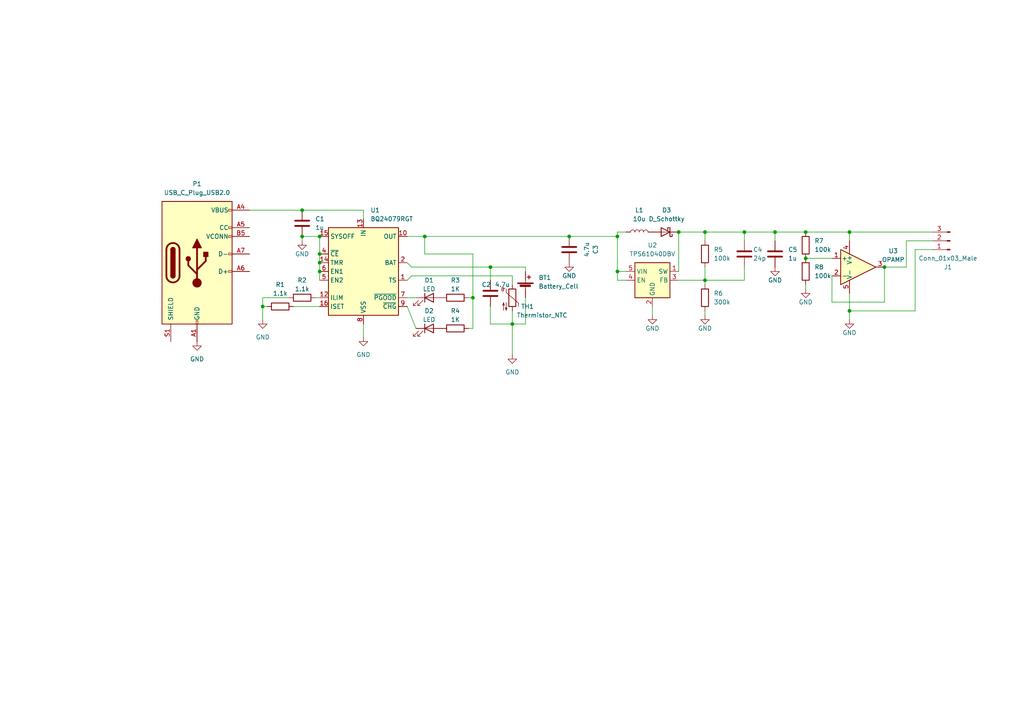
<source format=kicad_sch>
(kicad_sch (version 20211123) (generator eeschema)

  (uuid 90d9559d-63d6-4498-9146-41386e137677)

  (paper "A4")

  (lib_symbols
    (symbol "Battery_Management:BQ24079RGT" (in_bom yes) (on_board yes)
      (property "Reference" "U" (id 0) (at -8.89 13.97 0)
        (effects (font (size 1.27 1.27)) (justify right))
      )
      (property "Value" "BQ24079RGT" (id 1) (at 16.51 13.97 0)
        (effects (font (size 1.27 1.27)) (justify right))
      )
      (property "Footprint" "Package_DFN_QFN:VQFN-16-1EP_3x3mm_P0.5mm_EP1.6x1.6mm" (id 2) (at 7.62 -13.97 0)
        (effects (font (size 1.27 1.27)) (justify left) hide)
      )
      (property "Datasheet" "http://www.ti.com/lit/ds/symlink/bq24079.pdf" (id 3) (at 7.62 5.08 0)
        (effects (font (size 1.27 1.27)) hide)
      )
      (property "ki_keywords" "USB Charge" (id 4) (at 0 0 0)
        (effects (font (size 1.27 1.27)) hide)
      )
      (property "ki_description" "USB-Friendly Li-Ion Battery Charger and Power-Path Management, VQFN-16" (id 5) (at 0 0 0)
        (effects (font (size 1.27 1.27)) hide)
      )
      (property "ki_fp_filters" "VQFN*1EP*3x3mm*P0.5mm*" (id 6) (at 0 0 0)
        (effects (font (size 1.27 1.27)) hide)
      )
      (symbol "BQ24079RGT_0_1"
        (rectangle (start -10.16 12.7) (end 10.16 -12.7)
          (stroke (width 0.254) (type default) (color 0 0 0 0))
          (fill (type background))
        )
      )
      (symbol "BQ24079RGT_1_1"
        (pin passive line (at 12.7 -2.54 180) (length 2.54)
          (name "TS" (effects (font (size 1.27 1.27))))
          (number "1" (effects (font (size 1.27 1.27))))
        )
        (pin power_out line (at 12.7 10.16 180) (length 2.54)
          (name "OUT" (effects (font (size 1.27 1.27))))
          (number "10" (effects (font (size 1.27 1.27))))
        )
        (pin passive line (at 12.7 10.16 180) (length 2.54) hide
          (name "OUT" (effects (font (size 1.27 1.27))))
          (number "11" (effects (font (size 1.27 1.27))))
        )
        (pin passive line (at -12.7 -7.62 0) (length 2.54)
          (name "ILIM" (effects (font (size 1.27 1.27))))
          (number "12" (effects (font (size 1.27 1.27))))
        )
        (pin power_in line (at 0 15.24 270) (length 2.54)
          (name "IN" (effects (font (size 1.27 1.27))))
          (number "13" (effects (font (size 1.27 1.27))))
        )
        (pin input line (at -12.7 2.54 0) (length 2.54)
          (name "TMR" (effects (font (size 1.27 1.27))))
          (number "14" (effects (font (size 1.27 1.27))))
        )
        (pin input line (at -12.7 10.16 0) (length 2.54)
          (name "SYSOFF" (effects (font (size 1.27 1.27))))
          (number "15" (effects (font (size 1.27 1.27))))
        )
        (pin passive line (at -12.7 -10.16 0) (length 2.54)
          (name "ISET" (effects (font (size 1.27 1.27))))
          (number "16" (effects (font (size 1.27 1.27))))
        )
        (pin passive line (at 0 -15.24 90) (length 2.54) hide
          (name "VSS" (effects (font (size 1.27 1.27))))
          (number "17" (effects (font (size 1.27 1.27))))
        )
        (pin power_out line (at 12.7 2.54 180) (length 2.54)
          (name "BAT" (effects (font (size 1.27 1.27))))
          (number "2" (effects (font (size 1.27 1.27))))
        )
        (pin passive line (at 12.7 2.54 180) (length 2.54) hide
          (name "BAT" (effects (font (size 1.27 1.27))))
          (number "3" (effects (font (size 1.27 1.27))))
        )
        (pin input line (at -12.7 5.08 0) (length 2.54)
          (name "~{CE}" (effects (font (size 1.27 1.27))))
          (number "4" (effects (font (size 1.27 1.27))))
        )
        (pin input line (at -12.7 -2.54 0) (length 2.54)
          (name "EN2" (effects (font (size 1.27 1.27))))
          (number "5" (effects (font (size 1.27 1.27))))
        )
        (pin input line (at -12.7 0 0) (length 2.54)
          (name "EN1" (effects (font (size 1.27 1.27))))
          (number "6" (effects (font (size 1.27 1.27))))
        )
        (pin open_collector line (at 12.7 -7.62 180) (length 2.54)
          (name "~{PGOOD}" (effects (font (size 1.27 1.27))))
          (number "7" (effects (font (size 1.27 1.27))))
        )
        (pin power_in line (at 0 -15.24 90) (length 2.54)
          (name "VSS" (effects (font (size 1.27 1.27))))
          (number "8" (effects (font (size 1.27 1.27))))
        )
        (pin open_collector line (at 12.7 -10.16 180) (length 2.54)
          (name "~{CHG}" (effects (font (size 1.27 1.27))))
          (number "9" (effects (font (size 1.27 1.27))))
        )
      )
    )
    (symbol "Connector:Conn_01x03_Male" (pin_names (offset 1.016) hide) (in_bom yes) (on_board yes)
      (property "Reference" "J" (id 0) (at 0 5.08 0)
        (effects (font (size 1.27 1.27)))
      )
      (property "Value" "Conn_01x03_Male" (id 1) (at 0 -5.08 0)
        (effects (font (size 1.27 1.27)))
      )
      (property "Footprint" "" (id 2) (at 0 0 0)
        (effects (font (size 1.27 1.27)) hide)
      )
      (property "Datasheet" "~" (id 3) (at 0 0 0)
        (effects (font (size 1.27 1.27)) hide)
      )
      (property "ki_keywords" "connector" (id 4) (at 0 0 0)
        (effects (font (size 1.27 1.27)) hide)
      )
      (property "ki_description" "Generic connector, single row, 01x03, script generated (kicad-library-utils/schlib/autogen/connector/)" (id 5) (at 0 0 0)
        (effects (font (size 1.27 1.27)) hide)
      )
      (property "ki_fp_filters" "Connector*:*_1x??_*" (id 6) (at 0 0 0)
        (effects (font (size 1.27 1.27)) hide)
      )
      (symbol "Conn_01x03_Male_1_1"
        (polyline
          (pts
            (xy 1.27 -2.54)
            (xy 0.8636 -2.54)
          )
          (stroke (width 0.1524) (type default) (color 0 0 0 0))
          (fill (type none))
        )
        (polyline
          (pts
            (xy 1.27 0)
            (xy 0.8636 0)
          )
          (stroke (width 0.1524) (type default) (color 0 0 0 0))
          (fill (type none))
        )
        (polyline
          (pts
            (xy 1.27 2.54)
            (xy 0.8636 2.54)
          )
          (stroke (width 0.1524) (type default) (color 0 0 0 0))
          (fill (type none))
        )
        (rectangle (start 0.8636 -2.413) (end 0 -2.667)
          (stroke (width 0.1524) (type default) (color 0 0 0 0))
          (fill (type outline))
        )
        (rectangle (start 0.8636 0.127) (end 0 -0.127)
          (stroke (width 0.1524) (type default) (color 0 0 0 0))
          (fill (type outline))
        )
        (rectangle (start 0.8636 2.667) (end 0 2.413)
          (stroke (width 0.1524) (type default) (color 0 0 0 0))
          (fill (type outline))
        )
        (pin passive line (at 5.08 2.54 180) (length 3.81)
          (name "Pin_1" (effects (font (size 1.27 1.27))))
          (number "1" (effects (font (size 1.27 1.27))))
        )
        (pin passive line (at 5.08 0 180) (length 3.81)
          (name "Pin_2" (effects (font (size 1.27 1.27))))
          (number "2" (effects (font (size 1.27 1.27))))
        )
        (pin passive line (at 5.08 -2.54 180) (length 3.81)
          (name "Pin_3" (effects (font (size 1.27 1.27))))
          (number "3" (effects (font (size 1.27 1.27))))
        )
      )
    )
    (symbol "Connector:USB_C_Plug_USB2.0" (pin_names (offset 1.016)) (in_bom yes) (on_board yes)
      (property "Reference" "P" (id 0) (at -10.16 19.05 0)
        (effects (font (size 1.27 1.27)) (justify left))
      )
      (property "Value" "USB_C_Plug_USB2.0" (id 1) (at 12.7 19.05 0)
        (effects (font (size 1.27 1.27)) (justify right))
      )
      (property "Footprint" "" (id 2) (at 3.81 0 0)
        (effects (font (size 1.27 1.27)) hide)
      )
      (property "Datasheet" "https://www.usb.org/sites/default/files/documents/usb_type-c.zip" (id 3) (at 3.81 0 0)
        (effects (font (size 1.27 1.27)) hide)
      )
      (property "ki_keywords" "usb universal serial bus type-C USB2.0" (id 4) (at 0 0 0)
        (effects (font (size 1.27 1.27)) hide)
      )
      (property "ki_description" "USB 2.0-only Type-C Plug connector" (id 5) (at 0 0 0)
        (effects (font (size 1.27 1.27)) hide)
      )
      (property "ki_fp_filters" "USB*C*Plug*" (id 6) (at 0 0 0)
        (effects (font (size 1.27 1.27)) hide)
      )
      (symbol "USB_C_Plug_USB2.0_0_0"
        (rectangle (start -0.254 -17.78) (end 0.254 -16.764)
          (stroke (width 0) (type default) (color 0 0 0 0))
          (fill (type none))
        )
        (rectangle (start 10.16 -2.286) (end 9.144 -2.794)
          (stroke (width 0) (type default) (color 0 0 0 0))
          (fill (type none))
        )
        (rectangle (start 10.16 2.794) (end 9.144 2.286)
          (stroke (width 0) (type default) (color 0 0 0 0))
          (fill (type none))
        )
        (rectangle (start 10.16 7.874) (end 9.144 7.366)
          (stroke (width 0) (type default) (color 0 0 0 0))
          (fill (type none))
        )
        (rectangle (start 10.16 10.414) (end 9.144 9.906)
          (stroke (width 0) (type default) (color 0 0 0 0))
          (fill (type none))
        )
        (rectangle (start 10.16 15.494) (end 9.144 14.986)
          (stroke (width 0) (type default) (color 0 0 0 0))
          (fill (type none))
        )
      )
      (symbol "USB_C_Plug_USB2.0_0_1"
        (rectangle (start -10.16 17.78) (end 10.16 -17.78)
          (stroke (width 0.254) (type default) (color 0 0 0 0))
          (fill (type background))
        )
        (arc (start -8.89 -3.81) (mid -6.985 -5.715) (end -5.08 -3.81)
          (stroke (width 0.508) (type default) (color 0 0 0 0))
          (fill (type none))
        )
        (arc (start -7.62 -3.81) (mid -6.985 -4.445) (end -6.35 -3.81)
          (stroke (width 0.254) (type default) (color 0 0 0 0))
          (fill (type none))
        )
        (arc (start -7.62 -3.81) (mid -6.985 -4.445) (end -6.35 -3.81)
          (stroke (width 0.254) (type default) (color 0 0 0 0))
          (fill (type outline))
        )
        (rectangle (start -7.62 -3.81) (end -6.35 3.81)
          (stroke (width 0.254) (type default) (color 0 0 0 0))
          (fill (type outline))
        )
        (arc (start -6.35 3.81) (mid -6.985 4.445) (end -7.62 3.81)
          (stroke (width 0.254) (type default) (color 0 0 0 0))
          (fill (type none))
        )
        (arc (start -6.35 3.81) (mid -6.985 4.445) (end -7.62 3.81)
          (stroke (width 0.254) (type default) (color 0 0 0 0))
          (fill (type outline))
        )
        (arc (start -5.08 3.81) (mid -6.985 5.715) (end -8.89 3.81)
          (stroke (width 0.508) (type default) (color 0 0 0 0))
          (fill (type none))
        )
        (circle (center -2.54 1.143) (radius 0.635)
          (stroke (width 0.254) (type default) (color 0 0 0 0))
          (fill (type outline))
        )
        (circle (center 0 -5.842) (radius 1.27)
          (stroke (width 0) (type default) (color 0 0 0 0))
          (fill (type outline))
        )
        (polyline
          (pts
            (xy -8.89 -3.81)
            (xy -8.89 3.81)
          )
          (stroke (width 0.508) (type default) (color 0 0 0 0))
          (fill (type none))
        )
        (polyline
          (pts
            (xy -5.08 3.81)
            (xy -5.08 -3.81)
          )
          (stroke (width 0.508) (type default) (color 0 0 0 0))
          (fill (type none))
        )
        (polyline
          (pts
            (xy 0 -5.842)
            (xy 0 4.318)
          )
          (stroke (width 0.508) (type default) (color 0 0 0 0))
          (fill (type none))
        )
        (polyline
          (pts
            (xy 0 -3.302)
            (xy -2.54 -0.762)
            (xy -2.54 0.508)
          )
          (stroke (width 0.508) (type default) (color 0 0 0 0))
          (fill (type none))
        )
        (polyline
          (pts
            (xy 0 -2.032)
            (xy 2.54 0.508)
            (xy 2.54 1.778)
          )
          (stroke (width 0.508) (type default) (color 0 0 0 0))
          (fill (type none))
        )
        (polyline
          (pts
            (xy -1.27 4.318)
            (xy 0 6.858)
            (xy 1.27 4.318)
            (xy -1.27 4.318)
          )
          (stroke (width 0.254) (type default) (color 0 0 0 0))
          (fill (type outline))
        )
        (rectangle (start 1.905 1.778) (end 3.175 3.048)
          (stroke (width 0.254) (type default) (color 0 0 0 0))
          (fill (type outline))
        )
      )
      (symbol "USB_C_Plug_USB2.0_1_1"
        (pin passive line (at 0 -22.86 90) (length 5.08)
          (name "GND" (effects (font (size 1.27 1.27))))
          (number "A1" (effects (font (size 1.27 1.27))))
        )
        (pin passive line (at 0 -22.86 90) (length 5.08) hide
          (name "GND" (effects (font (size 1.27 1.27))))
          (number "A12" (effects (font (size 1.27 1.27))))
        )
        (pin passive line (at 15.24 15.24 180) (length 5.08)
          (name "VBUS" (effects (font (size 1.27 1.27))))
          (number "A4" (effects (font (size 1.27 1.27))))
        )
        (pin bidirectional line (at 15.24 10.16 180) (length 5.08)
          (name "CC" (effects (font (size 1.27 1.27))))
          (number "A5" (effects (font (size 1.27 1.27))))
        )
        (pin bidirectional line (at 15.24 -2.54 180) (length 5.08)
          (name "D+" (effects (font (size 1.27 1.27))))
          (number "A6" (effects (font (size 1.27 1.27))))
        )
        (pin bidirectional line (at 15.24 2.54 180) (length 5.08)
          (name "D-" (effects (font (size 1.27 1.27))))
          (number "A7" (effects (font (size 1.27 1.27))))
        )
        (pin passive line (at 15.24 15.24 180) (length 5.08) hide
          (name "VBUS" (effects (font (size 1.27 1.27))))
          (number "A9" (effects (font (size 1.27 1.27))))
        )
        (pin passive line (at 0 -22.86 90) (length 5.08) hide
          (name "GND" (effects (font (size 1.27 1.27))))
          (number "B1" (effects (font (size 1.27 1.27))))
        )
        (pin passive line (at 0 -22.86 90) (length 5.08) hide
          (name "GND" (effects (font (size 1.27 1.27))))
          (number "B12" (effects (font (size 1.27 1.27))))
        )
        (pin passive line (at 15.24 15.24 180) (length 5.08) hide
          (name "VBUS" (effects (font (size 1.27 1.27))))
          (number "B4" (effects (font (size 1.27 1.27))))
        )
        (pin bidirectional line (at 15.24 7.62 180) (length 5.08)
          (name "VCONN" (effects (font (size 1.27 1.27))))
          (number "B5" (effects (font (size 1.27 1.27))))
        )
        (pin passive line (at 15.24 15.24 180) (length 5.08) hide
          (name "VBUS" (effects (font (size 1.27 1.27))))
          (number "B9" (effects (font (size 1.27 1.27))))
        )
        (pin passive line (at -7.62 -22.86 90) (length 5.08)
          (name "SHIELD" (effects (font (size 1.27 1.27))))
          (number "S1" (effects (font (size 1.27 1.27))))
        )
      )
    )
    (symbol "Device:Battery_Cell" (pin_numbers hide) (pin_names (offset 0) hide) (in_bom yes) (on_board yes)
      (property "Reference" "BT" (id 0) (at 2.54 2.54 0)
        (effects (font (size 1.27 1.27)) (justify left))
      )
      (property "Value" "Battery_Cell" (id 1) (at 2.54 0 0)
        (effects (font (size 1.27 1.27)) (justify left))
      )
      (property "Footprint" "" (id 2) (at 0 1.524 90)
        (effects (font (size 1.27 1.27)) hide)
      )
      (property "Datasheet" "~" (id 3) (at 0 1.524 90)
        (effects (font (size 1.27 1.27)) hide)
      )
      (property "ki_keywords" "battery cell" (id 4) (at 0 0 0)
        (effects (font (size 1.27 1.27)) hide)
      )
      (property "ki_description" "Single-cell battery" (id 5) (at 0 0 0)
        (effects (font (size 1.27 1.27)) hide)
      )
      (symbol "Battery_Cell_0_1"
        (rectangle (start -2.286 1.778) (end 2.286 1.524)
          (stroke (width 0) (type default) (color 0 0 0 0))
          (fill (type outline))
        )
        (rectangle (start -1.5748 1.1938) (end 1.4732 0.6858)
          (stroke (width 0) (type default) (color 0 0 0 0))
          (fill (type outline))
        )
        (polyline
          (pts
            (xy 0 0.762)
            (xy 0 0)
          )
          (stroke (width 0) (type default) (color 0 0 0 0))
          (fill (type none))
        )
        (polyline
          (pts
            (xy 0 1.778)
            (xy 0 2.54)
          )
          (stroke (width 0) (type default) (color 0 0 0 0))
          (fill (type none))
        )
        (polyline
          (pts
            (xy 0.508 3.429)
            (xy 1.524 3.429)
          )
          (stroke (width 0.254) (type default) (color 0 0 0 0))
          (fill (type none))
        )
        (polyline
          (pts
            (xy 1.016 3.937)
            (xy 1.016 2.921)
          )
          (stroke (width 0.254) (type default) (color 0 0 0 0))
          (fill (type none))
        )
      )
      (symbol "Battery_Cell_1_1"
        (pin passive line (at 0 5.08 270) (length 2.54)
          (name "+" (effects (font (size 1.27 1.27))))
          (number "1" (effects (font (size 1.27 1.27))))
        )
        (pin passive line (at 0 -2.54 90) (length 2.54)
          (name "-" (effects (font (size 1.27 1.27))))
          (number "2" (effects (font (size 1.27 1.27))))
        )
      )
    )
    (symbol "Device:C" (pin_numbers hide) (pin_names (offset 0.254)) (in_bom yes) (on_board yes)
      (property "Reference" "C" (id 0) (at 0.635 2.54 0)
        (effects (font (size 1.27 1.27)) (justify left))
      )
      (property "Value" "C" (id 1) (at 0.635 -2.54 0)
        (effects (font (size 1.27 1.27)) (justify left))
      )
      (property "Footprint" "" (id 2) (at 0.9652 -3.81 0)
        (effects (font (size 1.27 1.27)) hide)
      )
      (property "Datasheet" "~" (id 3) (at 0 0 0)
        (effects (font (size 1.27 1.27)) hide)
      )
      (property "ki_keywords" "cap capacitor" (id 4) (at 0 0 0)
        (effects (font (size 1.27 1.27)) hide)
      )
      (property "ki_description" "Unpolarized capacitor" (id 5) (at 0 0 0)
        (effects (font (size 1.27 1.27)) hide)
      )
      (property "ki_fp_filters" "C_*" (id 6) (at 0 0 0)
        (effects (font (size 1.27 1.27)) hide)
      )
      (symbol "C_0_1"
        (polyline
          (pts
            (xy -2.032 -0.762)
            (xy 2.032 -0.762)
          )
          (stroke (width 0.508) (type default) (color 0 0 0 0))
          (fill (type none))
        )
        (polyline
          (pts
            (xy -2.032 0.762)
            (xy 2.032 0.762)
          )
          (stroke (width 0.508) (type default) (color 0 0 0 0))
          (fill (type none))
        )
      )
      (symbol "C_1_1"
        (pin passive line (at 0 3.81 270) (length 2.794)
          (name "~" (effects (font (size 1.27 1.27))))
          (number "1" (effects (font (size 1.27 1.27))))
        )
        (pin passive line (at 0 -3.81 90) (length 2.794)
          (name "~" (effects (font (size 1.27 1.27))))
          (number "2" (effects (font (size 1.27 1.27))))
        )
      )
    )
    (symbol "Device:D_Schottky" (pin_numbers hide) (pin_names (offset 1.016) hide) (in_bom yes) (on_board yes)
      (property "Reference" "D" (id 0) (at 0 2.54 0)
        (effects (font (size 1.27 1.27)))
      )
      (property "Value" "D_Schottky" (id 1) (at 0 -2.54 0)
        (effects (font (size 1.27 1.27)))
      )
      (property "Footprint" "" (id 2) (at 0 0 0)
        (effects (font (size 1.27 1.27)) hide)
      )
      (property "Datasheet" "~" (id 3) (at 0 0 0)
        (effects (font (size 1.27 1.27)) hide)
      )
      (property "ki_keywords" "diode Schottky" (id 4) (at 0 0 0)
        (effects (font (size 1.27 1.27)) hide)
      )
      (property "ki_description" "Schottky diode" (id 5) (at 0 0 0)
        (effects (font (size 1.27 1.27)) hide)
      )
      (property "ki_fp_filters" "TO-???* *_Diode_* *SingleDiode* D_*" (id 6) (at 0 0 0)
        (effects (font (size 1.27 1.27)) hide)
      )
      (symbol "D_Schottky_0_1"
        (polyline
          (pts
            (xy 1.27 0)
            (xy -1.27 0)
          )
          (stroke (width 0) (type default) (color 0 0 0 0))
          (fill (type none))
        )
        (polyline
          (pts
            (xy 1.27 1.27)
            (xy 1.27 -1.27)
            (xy -1.27 0)
            (xy 1.27 1.27)
          )
          (stroke (width 0.254) (type default) (color 0 0 0 0))
          (fill (type none))
        )
        (polyline
          (pts
            (xy -1.905 0.635)
            (xy -1.905 1.27)
            (xy -1.27 1.27)
            (xy -1.27 -1.27)
            (xy -0.635 -1.27)
            (xy -0.635 -0.635)
          )
          (stroke (width 0.254) (type default) (color 0 0 0 0))
          (fill (type none))
        )
      )
      (symbol "D_Schottky_1_1"
        (pin passive line (at -3.81 0 0) (length 2.54)
          (name "K" (effects (font (size 1.27 1.27))))
          (number "1" (effects (font (size 1.27 1.27))))
        )
        (pin passive line (at 3.81 0 180) (length 2.54)
          (name "A" (effects (font (size 1.27 1.27))))
          (number "2" (effects (font (size 1.27 1.27))))
        )
      )
    )
    (symbol "Device:L" (pin_numbers hide) (pin_names (offset 1.016) hide) (in_bom yes) (on_board yes)
      (property "Reference" "L" (id 0) (at -1.27 0 90)
        (effects (font (size 1.27 1.27)))
      )
      (property "Value" "L" (id 1) (at 1.905 0 90)
        (effects (font (size 1.27 1.27)))
      )
      (property "Footprint" "" (id 2) (at 0 0 0)
        (effects (font (size 1.27 1.27)) hide)
      )
      (property "Datasheet" "~" (id 3) (at 0 0 0)
        (effects (font (size 1.27 1.27)) hide)
      )
      (property "ki_keywords" "inductor choke coil reactor magnetic" (id 4) (at 0 0 0)
        (effects (font (size 1.27 1.27)) hide)
      )
      (property "ki_description" "Inductor" (id 5) (at 0 0 0)
        (effects (font (size 1.27 1.27)) hide)
      )
      (property "ki_fp_filters" "Choke_* *Coil* Inductor_* L_*" (id 6) (at 0 0 0)
        (effects (font (size 1.27 1.27)) hide)
      )
      (symbol "L_0_1"
        (arc (start 0 -2.54) (mid 0.635 -1.905) (end 0 -1.27)
          (stroke (width 0) (type default) (color 0 0 0 0))
          (fill (type none))
        )
        (arc (start 0 -1.27) (mid 0.635 -0.635) (end 0 0)
          (stroke (width 0) (type default) (color 0 0 0 0))
          (fill (type none))
        )
        (arc (start 0 0) (mid 0.635 0.635) (end 0 1.27)
          (stroke (width 0) (type default) (color 0 0 0 0))
          (fill (type none))
        )
        (arc (start 0 1.27) (mid 0.635 1.905) (end 0 2.54)
          (stroke (width 0) (type default) (color 0 0 0 0))
          (fill (type none))
        )
      )
      (symbol "L_1_1"
        (pin passive line (at 0 3.81 270) (length 1.27)
          (name "1" (effects (font (size 1.27 1.27))))
          (number "1" (effects (font (size 1.27 1.27))))
        )
        (pin passive line (at 0 -3.81 90) (length 1.27)
          (name "2" (effects (font (size 1.27 1.27))))
          (number "2" (effects (font (size 1.27 1.27))))
        )
      )
    )
    (symbol "Device:LED" (pin_numbers hide) (pin_names (offset 1.016) hide) (in_bom yes) (on_board yes)
      (property "Reference" "D" (id 0) (at 0 2.54 0)
        (effects (font (size 1.27 1.27)))
      )
      (property "Value" "LED" (id 1) (at 0 -2.54 0)
        (effects (font (size 1.27 1.27)))
      )
      (property "Footprint" "" (id 2) (at 0 0 0)
        (effects (font (size 1.27 1.27)) hide)
      )
      (property "Datasheet" "~" (id 3) (at 0 0 0)
        (effects (font (size 1.27 1.27)) hide)
      )
      (property "ki_keywords" "LED diode" (id 4) (at 0 0 0)
        (effects (font (size 1.27 1.27)) hide)
      )
      (property "ki_description" "Light emitting diode" (id 5) (at 0 0 0)
        (effects (font (size 1.27 1.27)) hide)
      )
      (property "ki_fp_filters" "LED* LED_SMD:* LED_THT:*" (id 6) (at 0 0 0)
        (effects (font (size 1.27 1.27)) hide)
      )
      (symbol "LED_0_1"
        (polyline
          (pts
            (xy -1.27 -1.27)
            (xy -1.27 1.27)
          )
          (stroke (width 0.254) (type default) (color 0 0 0 0))
          (fill (type none))
        )
        (polyline
          (pts
            (xy -1.27 0)
            (xy 1.27 0)
          )
          (stroke (width 0) (type default) (color 0 0 0 0))
          (fill (type none))
        )
        (polyline
          (pts
            (xy 1.27 -1.27)
            (xy 1.27 1.27)
            (xy -1.27 0)
            (xy 1.27 -1.27)
          )
          (stroke (width 0.254) (type default) (color 0 0 0 0))
          (fill (type none))
        )
        (polyline
          (pts
            (xy -3.048 -0.762)
            (xy -4.572 -2.286)
            (xy -3.81 -2.286)
            (xy -4.572 -2.286)
            (xy -4.572 -1.524)
          )
          (stroke (width 0) (type default) (color 0 0 0 0))
          (fill (type none))
        )
        (polyline
          (pts
            (xy -1.778 -0.762)
            (xy -3.302 -2.286)
            (xy -2.54 -2.286)
            (xy -3.302 -2.286)
            (xy -3.302 -1.524)
          )
          (stroke (width 0) (type default) (color 0 0 0 0))
          (fill (type none))
        )
      )
      (symbol "LED_1_1"
        (pin passive line (at -3.81 0 0) (length 2.54)
          (name "K" (effects (font (size 1.27 1.27))))
          (number "1" (effects (font (size 1.27 1.27))))
        )
        (pin passive line (at 3.81 0 180) (length 2.54)
          (name "A" (effects (font (size 1.27 1.27))))
          (number "2" (effects (font (size 1.27 1.27))))
        )
      )
    )
    (symbol "Device:R" (pin_numbers hide) (pin_names (offset 0)) (in_bom yes) (on_board yes)
      (property "Reference" "R" (id 0) (at 2.032 0 90)
        (effects (font (size 1.27 1.27)))
      )
      (property "Value" "R" (id 1) (at 0 0 90)
        (effects (font (size 1.27 1.27)))
      )
      (property "Footprint" "" (id 2) (at -1.778 0 90)
        (effects (font (size 1.27 1.27)) hide)
      )
      (property "Datasheet" "~" (id 3) (at 0 0 0)
        (effects (font (size 1.27 1.27)) hide)
      )
      (property "ki_keywords" "R res resistor" (id 4) (at 0 0 0)
        (effects (font (size 1.27 1.27)) hide)
      )
      (property "ki_description" "Resistor" (id 5) (at 0 0 0)
        (effects (font (size 1.27 1.27)) hide)
      )
      (property "ki_fp_filters" "R_*" (id 6) (at 0 0 0)
        (effects (font (size 1.27 1.27)) hide)
      )
      (symbol "R_0_1"
        (rectangle (start -1.016 -2.54) (end 1.016 2.54)
          (stroke (width 0.254) (type default) (color 0 0 0 0))
          (fill (type none))
        )
      )
      (symbol "R_1_1"
        (pin passive line (at 0 3.81 270) (length 1.27)
          (name "~" (effects (font (size 1.27 1.27))))
          (number "1" (effects (font (size 1.27 1.27))))
        )
        (pin passive line (at 0 -3.81 90) (length 1.27)
          (name "~" (effects (font (size 1.27 1.27))))
          (number "2" (effects (font (size 1.27 1.27))))
        )
      )
    )
    (symbol "Device:Thermistor_NTC" (pin_numbers hide) (pin_names (offset 0)) (in_bom yes) (on_board yes)
      (property "Reference" "TH" (id 0) (at -4.445 0 90)
        (effects (font (size 1.27 1.27)))
      )
      (property "Value" "Thermistor_NTC" (id 1) (at 3.175 0 90)
        (effects (font (size 1.27 1.27)))
      )
      (property "Footprint" "" (id 2) (at 0 1.27 0)
        (effects (font (size 1.27 1.27)) hide)
      )
      (property "Datasheet" "~" (id 3) (at 0 1.27 0)
        (effects (font (size 1.27 1.27)) hide)
      )
      (property "ki_keywords" "thermistor NTC resistor sensor RTD" (id 4) (at 0 0 0)
        (effects (font (size 1.27 1.27)) hide)
      )
      (property "ki_description" "Temperature dependent resistor, negative temperature coefficient" (id 5) (at 0 0 0)
        (effects (font (size 1.27 1.27)) hide)
      )
      (property "ki_fp_filters" "*NTC* *Thermistor* PIN?ARRAY* bornier* *Terminal?Block* R_*" (id 6) (at 0 0 0)
        (effects (font (size 1.27 1.27)) hide)
      )
      (symbol "Thermistor_NTC_0_1"
        (arc (start -3.048 2.159) (mid -3.0495 2.3143) (end -3.175 2.413)
          (stroke (width 0) (type default) (color 0 0 0 0))
          (fill (type none))
        )
        (arc (start -3.048 2.159) (mid -2.9736 1.9794) (end -2.794 1.905)
          (stroke (width 0) (type default) (color 0 0 0 0))
          (fill (type none))
        )
        (arc (start -3.048 2.794) (mid -2.9736 2.6144) (end -2.794 2.54)
          (stroke (width 0) (type default) (color 0 0 0 0))
          (fill (type none))
        )
        (arc (start -2.794 1.905) (mid -2.6144 1.9794) (end -2.54 2.159)
          (stroke (width 0) (type default) (color 0 0 0 0))
          (fill (type none))
        )
        (arc (start -2.794 2.54) (mid -2.4393 2.5587) (end -2.159 2.794)
          (stroke (width 0) (type default) (color 0 0 0 0))
          (fill (type none))
        )
        (arc (start -2.794 3.048) (mid -2.9736 2.9736) (end -3.048 2.794)
          (stroke (width 0) (type default) (color 0 0 0 0))
          (fill (type none))
        )
        (arc (start -2.54 2.794) (mid -2.6144 2.9736) (end -2.794 3.048)
          (stroke (width 0) (type default) (color 0 0 0 0))
          (fill (type none))
        )
        (rectangle (start -1.016 2.54) (end 1.016 -2.54)
          (stroke (width 0.254) (type default) (color 0 0 0 0))
          (fill (type none))
        )
        (polyline
          (pts
            (xy -2.54 2.159)
            (xy -2.54 2.794)
          )
          (stroke (width 0) (type default) (color 0 0 0 0))
          (fill (type none))
        )
        (polyline
          (pts
            (xy -1.778 2.54)
            (xy -1.778 1.524)
            (xy 1.778 -1.524)
            (xy 1.778 -2.54)
          )
          (stroke (width 0) (type default) (color 0 0 0 0))
          (fill (type none))
        )
        (polyline
          (pts
            (xy -2.54 -3.683)
            (xy -2.54 -1.397)
            (xy -2.794 -2.159)
            (xy -2.286 -2.159)
            (xy -2.54 -1.397)
            (xy -2.54 -1.651)
          )
          (stroke (width 0) (type default) (color 0 0 0 0))
          (fill (type outline))
        )
        (polyline
          (pts
            (xy -1.778 -1.397)
            (xy -1.778 -3.683)
            (xy -2.032 -2.921)
            (xy -1.524 -2.921)
            (xy -1.778 -3.683)
            (xy -1.778 -3.429)
          )
          (stroke (width 0) (type default) (color 0 0 0 0))
          (fill (type outline))
        )
      )
      (symbol "Thermistor_NTC_1_1"
        (pin passive line (at 0 3.81 270) (length 1.27)
          (name "~" (effects (font (size 1.27 1.27))))
          (number "1" (effects (font (size 1.27 1.27))))
        )
        (pin passive line (at 0 -3.81 90) (length 1.27)
          (name "~" (effects (font (size 1.27 1.27))))
          (number "2" (effects (font (size 1.27 1.27))))
        )
      )
    )
    (symbol "Regulator_Switching:TPS61040DBV" (in_bom yes) (on_board yes)
      (property "Reference" "U" (id 0) (at -5.08 6.35 0)
        (effects (font (size 1.27 1.27)) (justify left))
      )
      (property "Value" "TPS61040DBV" (id 1) (at 0 6.35 0)
        (effects (font (size 1.27 1.27)) (justify left))
      )
      (property "Footprint" "Package_TO_SOT_SMD:SOT-23-5" (id 2) (at 2.54 -6.35 0)
        (effects (font (size 1.27 1.27) italic) (justify left) hide)
      )
      (property "Datasheet" "http://www.ti.com/lit/ds/symlink/tps61040.pdf" (id 3) (at -5.08 7.62 0)
        (effects (font (size 1.27 1.27)) hide)
      )
      (property "ki_keywords" "Step-Up Boost DC-DC Regulator Adjustable" (id 4) (at 0 0 0)
        (effects (font (size 1.27 1.27)) hide)
      )
      (property "ki_description" "Synchronous Boost Regulator, Adjustable Output up to 28V, 400 mA Switch Current Limit, SOT-23-5" (id 5) (at 0 0 0)
        (effects (font (size 1.27 1.27)) hide)
      )
      (property "ki_fp_filters" "SOT?23*" (id 6) (at 0 0 0)
        (effects (font (size 1.27 1.27)) hide)
      )
      (symbol "TPS61040DBV_0_1"
        (rectangle (start -5.08 5.08) (end 5.08 -5.08)
          (stroke (width 0.254) (type default) (color 0 0 0 0))
          (fill (type background))
        )
      )
      (symbol "TPS61040DBV_1_1"
        (pin power_out line (at 7.62 2.54 180) (length 2.54)
          (name "SW" (effects (font (size 1.27 1.27))))
          (number "1" (effects (font (size 1.27 1.27))))
        )
        (pin power_in line (at 0 -7.62 90) (length 2.54)
          (name "GND" (effects (font (size 1.27 1.27))))
          (number "2" (effects (font (size 1.27 1.27))))
        )
        (pin input line (at 7.62 0 180) (length 2.54)
          (name "FB" (effects (font (size 1.27 1.27))))
          (number "3" (effects (font (size 1.27 1.27))))
        )
        (pin input line (at -7.62 0 0) (length 2.54)
          (name "EN" (effects (font (size 1.27 1.27))))
          (number "4" (effects (font (size 1.27 1.27))))
        )
        (pin power_in line (at -7.62 2.54 0) (length 2.54)
          (name "VIN" (effects (font (size 1.27 1.27))))
          (number "5" (effects (font (size 1.27 1.27))))
        )
      )
    )
    (symbol "power:GND" (power) (pin_names (offset 0)) (in_bom yes) (on_board yes)
      (property "Reference" "#PWR" (id 0) (at 0 -6.35 0)
        (effects (font (size 1.27 1.27)) hide)
      )
      (property "Value" "GND" (id 1) (at 0 -3.81 0)
        (effects (font (size 1.27 1.27)))
      )
      (property "Footprint" "" (id 2) (at 0 0 0)
        (effects (font (size 1.27 1.27)) hide)
      )
      (property "Datasheet" "" (id 3) (at 0 0 0)
        (effects (font (size 1.27 1.27)) hide)
      )
      (property "ki_keywords" "power-flag" (id 4) (at 0 0 0)
        (effects (font (size 1.27 1.27)) hide)
      )
      (property "ki_description" "Power symbol creates a global label with name \"GND\" , ground" (id 5) (at 0 0 0)
        (effects (font (size 1.27 1.27)) hide)
      )
      (symbol "GND_0_1"
        (polyline
          (pts
            (xy 0 0)
            (xy 0 -1.27)
            (xy 1.27 -1.27)
            (xy 0 -2.54)
            (xy -1.27 -1.27)
            (xy 0 -1.27)
          )
          (stroke (width 0) (type default) (color 0 0 0 0))
          (fill (type none))
        )
      )
      (symbol "GND_1_1"
        (pin power_in line (at 0 0 270) (length 0) hide
          (name "GND" (effects (font (size 1.27 1.27))))
          (number "1" (effects (font (size 1.27 1.27))))
        )
      )
    )
    (symbol "pspice:OPAMP" (pin_names (offset 0.254)) (in_bom yes) (on_board yes)
      (property "Reference" "U" (id 0) (at 3.81 3.175 0)
        (effects (font (size 1.27 1.27)) (justify left))
      )
      (property "Value" "OPAMP" (id 1) (at 3.81 -3.175 0)
        (effects (font (size 1.27 1.27)) (justify left))
      )
      (property "Footprint" "" (id 2) (at 0 0 0)
        (effects (font (size 1.27 1.27)) hide)
      )
      (property "Datasheet" "~" (id 3) (at 0 0 0)
        (effects (font (size 1.27 1.27)) hide)
      )
      (property "ki_keywords" "simulation" (id 4) (at 0 0 0)
        (effects (font (size 1.27 1.27)) hide)
      )
      (property "ki_description" "OPAmp symbol for simulation only" (id 5) (at 0 0 0)
        (effects (font (size 1.27 1.27)) hide)
      )
      (symbol "OPAMP_0_1"
        (polyline
          (pts
            (xy 5.08 0)
            (xy -5.08 5.08)
            (xy -5.08 -5.08)
            (xy 5.08 0)
          )
          (stroke (width 0.254) (type default) (color 0 0 0 0))
          (fill (type background))
        )
      )
      (symbol "OPAMP_1_1"
        (pin input line (at -7.62 2.54 0) (length 2.54)
          (name "+" (effects (font (size 1.27 1.27))))
          (number "1" (effects (font (size 1.27 1.27))))
        )
        (pin input line (at -7.62 -2.54 0) (length 2.54)
          (name "-" (effects (font (size 1.27 1.27))))
          (number "2" (effects (font (size 1.27 1.27))))
        )
        (pin output line (at 7.62 0 180) (length 2.54)
          (name "~" (effects (font (size 1.27 1.27))))
          (number "3" (effects (font (size 1.27 1.27))))
        )
        (pin power_in line (at -2.54 7.62 270) (length 3.81)
          (name "V+" (effects (font (size 1.27 1.27))))
          (number "4" (effects (font (size 1.27 1.27))))
        )
        (pin power_in line (at -2.54 -7.62 90) (length 3.81)
          (name "V-" (effects (font (size 1.27 1.27))))
          (number "5" (effects (font (size 1.27 1.27))))
        )
      )
    )
  )

  (junction (at 92.71 78.74) (diameter 0) (color 0 0 0 0)
    (uuid 11af9663-f286-45fb-b425-6303f56125fe)
  )
  (junction (at 137.16 86.36) (diameter 0) (color 0 0 0 0)
    (uuid 1b67780b-f378-4da1-b36f-1df9d9ac57dd)
  )
  (junction (at 204.47 67.31) (diameter 0) (color 0 0 0 0)
    (uuid 1f312e0a-61ef-4e74-a22e-9ceedd1ef235)
  )
  (junction (at 92.71 68.58) (diameter 0) (color 0 0 0 0)
    (uuid 226e68eb-99f8-46aa-80cd-0cc7b7a6b1c3)
  )
  (junction (at 224.79 67.31) (diameter 0) (color 0 0 0 0)
    (uuid 24a393ae-1e7b-4bbe-aaf9-b26c7a23f6a6)
  )
  (junction (at 148.59 93.98) (diameter 0) (color 0 0 0 0)
    (uuid 3b891178-cca4-4976-b767-19901ed37db9)
  )
  (junction (at 92.71 76.2) (diameter 0) (color 0 0 0 0)
    (uuid 45321207-54ae-4c08-a956-2926a1ad08ca)
  )
  (junction (at 179.07 78.74) (diameter 0) (color 0 0 0 0)
    (uuid 48133fb5-85f1-40ab-803b-5b2ac7a44f32)
  )
  (junction (at 179.07 68.58) (diameter 0) (color 0 0 0 0)
    (uuid 48a753c1-aec0-4a64-8ba2-9f46c9fdcb49)
  )
  (junction (at 87.63 60.96) (diameter 0) (color 0 0 0 0)
    (uuid 60be2c08-fe82-4c15-841d-5665feddc625)
  )
  (junction (at 233.68 74.93) (diameter 0) (color 0 0 0 0)
    (uuid 61d7d918-c82d-4923-9791-1002706185a6)
  )
  (junction (at 123.19 68.58) (diameter 0) (color 0 0 0 0)
    (uuid 67e0b3ff-7218-4e9e-9213-6192856503f6)
  )
  (junction (at 215.9 67.31) (diameter 0) (color 0 0 0 0)
    (uuid 71ecf9ff-aeaa-4593-a31e-2e91c537500b)
  )
  (junction (at 204.47 81.28) (diameter 0) (color 0 0 0 0)
    (uuid 7527a600-34e9-4d0f-8b4d-dd32160fe3e6)
  )
  (junction (at 92.71 73.66) (diameter 0) (color 0 0 0 0)
    (uuid 8dc59f41-f066-430e-9b51-72ad786de03c)
  )
  (junction (at 246.38 90.17) (diameter 0) (color 0 0 0 0)
    (uuid b67396a1-d1f3-4a12-8e43-dae820fe89c6)
  )
  (junction (at 246.38 67.31) (diameter 0) (color 0 0 0 0)
    (uuid b7254fdf-7f3d-4061-8dfc-210a63405766)
  )
  (junction (at 87.63 68.58) (diameter 0) (color 0 0 0 0)
    (uuid b7696311-5092-43a1-86ea-58710226df2e)
  )
  (junction (at 196.85 67.31) (diameter 0) (color 0 0 0 0)
    (uuid d0b01b24-3b56-4790-86b2-e1f88198f009)
  )
  (junction (at 142.24 77.47) (diameter 0) (color 0 0 0 0)
    (uuid e2505b93-651e-4d43-af01-64b0f9335175)
  )
  (junction (at 256.54 77.47) (diameter 0) (color 0 0 0 0)
    (uuid eca3f948-5857-4049-b8ee-1105c9f877a0)
  )
  (junction (at 165.1 68.58) (diameter 0) (color 0 0 0 0)
    (uuid f4e7454d-f70e-422b-a6b5-d7a60d0d6fa8)
  )
  (junction (at 233.68 67.31) (diameter 0) (color 0 0 0 0)
    (uuid fe7f89c4-a3f9-4516-875f-b7ea96a86747)
  )
  (junction (at 76.2 88.9) (diameter 0) (color 0 0 0 0)
    (uuid ffcc5be3-c88d-4d41-8feb-a59a07bac53c)
  )

  (wire (pts (xy 233.68 67.31) (xy 246.38 67.31))
    (stroke (width 0) (type default) (color 0 0 0 0))
    (uuid 03d03862-428f-4f97-aa9e-c89d39b77f18)
  )
  (wire (pts (xy 92.71 73.66) (xy 92.71 76.2))
    (stroke (width 0) (type default) (color 0 0 0 0))
    (uuid 0e9bfd4d-d189-49ea-87d4-607033eaf242)
  )
  (wire (pts (xy 215.9 81.28) (xy 204.47 81.28))
    (stroke (width 0) (type default) (color 0 0 0 0))
    (uuid 1360efe0-62c7-4b3f-bb36-c172e3d6cffa)
  )
  (wire (pts (xy 91.44 86.36) (xy 92.71 86.36))
    (stroke (width 0) (type default) (color 0 0 0 0))
    (uuid 17c6e68f-5549-41b4-9bc4-a1b105a79bb5)
  )
  (wire (pts (xy 148.59 90.17) (xy 148.59 93.98))
    (stroke (width 0) (type default) (color 0 0 0 0))
    (uuid 1e7b7acd-ab81-416c-8f22-e6c0c9625c2e)
  )
  (wire (pts (xy 189.23 88.9) (xy 189.23 91.44))
    (stroke (width 0) (type default) (color 0 0 0 0))
    (uuid 222bf89c-355b-456c-9a93-07e11b574355)
  )
  (wire (pts (xy 83.82 86.36) (xy 76.2 86.36))
    (stroke (width 0) (type default) (color 0 0 0 0))
    (uuid 23f0852f-c080-418c-8937-173abb7f6c5e)
  )
  (wire (pts (xy 179.07 81.28) (xy 179.07 78.74))
    (stroke (width 0) (type default) (color 0 0 0 0))
    (uuid 24a7cf15-2dcb-4658-9b65-5337c88c5179)
  )
  (wire (pts (xy 256.54 87.63) (xy 256.54 77.47))
    (stroke (width 0) (type default) (color 0 0 0 0))
    (uuid 24fba7a5-e1d1-4a45-9fc6-aea32c4dcaed)
  )
  (wire (pts (xy 87.63 60.96) (xy 105.41 60.96))
    (stroke (width 0) (type default) (color 0 0 0 0))
    (uuid 2830728a-14c2-4762-b2e5-ec45ba19644f)
  )
  (wire (pts (xy 241.3 87.63) (xy 256.54 87.63))
    (stroke (width 0) (type default) (color 0 0 0 0))
    (uuid 29fc8ac4-551f-4ff3-bc78-c151720aaf60)
  )
  (wire (pts (xy 118.11 68.58) (xy 123.19 68.58))
    (stroke (width 0) (type default) (color 0 0 0 0))
    (uuid 2cd74a4f-2015-4f65-9978-82efc269473c)
  )
  (wire (pts (xy 120.65 86.36) (xy 118.11 86.36))
    (stroke (width 0) (type default) (color 0 0 0 0))
    (uuid 32f30262-53d9-45be-ba64-f2525ec23620)
  )
  (wire (pts (xy 137.16 73.66) (xy 137.16 86.36))
    (stroke (width 0) (type default) (color 0 0 0 0))
    (uuid 34896fc4-d6b6-4f0d-bcbf-cc7a698363be)
  )
  (wire (pts (xy 181.61 67.31) (xy 179.07 67.31))
    (stroke (width 0) (type default) (color 0 0 0 0))
    (uuid 399c82fd-0447-45fe-90f3-d25e261142ec)
  )
  (wire (pts (xy 77.47 88.9) (xy 76.2 88.9))
    (stroke (width 0) (type default) (color 0 0 0 0))
    (uuid 3adf158a-9435-4647-808b-7a197a91d9ba)
  )
  (wire (pts (xy 262.89 77.47) (xy 256.54 77.47))
    (stroke (width 0) (type default) (color 0 0 0 0))
    (uuid 441a1b88-0ed4-455b-b6ca-341139765562)
  )
  (wire (pts (xy 137.16 86.36) (xy 137.16 95.25))
    (stroke (width 0) (type default) (color 0 0 0 0))
    (uuid 4b6c7c38-e9c4-4126-8a5f-2568dc554a16)
  )
  (wire (pts (xy 137.16 86.36) (xy 135.89 86.36))
    (stroke (width 0) (type default) (color 0 0 0 0))
    (uuid 4baeaf15-55a4-4bfe-8ccd-758979c0aa11)
  )
  (wire (pts (xy 246.38 67.31) (xy 270.51 67.31))
    (stroke (width 0) (type default) (color 0 0 0 0))
    (uuid 4cc47dbc-b93f-4af0-980d-d16273356b26)
  )
  (wire (pts (xy 179.07 78.74) (xy 181.61 78.74))
    (stroke (width 0) (type default) (color 0 0 0 0))
    (uuid 53ddba3b-83c3-4eec-9518-ce9d2d4a8de0)
  )
  (wire (pts (xy 76.2 88.9) (xy 76.2 92.71))
    (stroke (width 0) (type default) (color 0 0 0 0))
    (uuid 54936c3d-8ed7-4898-9a67-5c7914d36316)
  )
  (wire (pts (xy 224.79 67.31) (xy 233.68 67.31))
    (stroke (width 0) (type default) (color 0 0 0 0))
    (uuid 5cd8ea7c-2c04-41c0-961e-247460032cdd)
  )
  (wire (pts (xy 152.4 86.36) (xy 152.4 93.98))
    (stroke (width 0) (type default) (color 0 0 0 0))
    (uuid 5dd9bd75-dc8a-46b2-8e13-0e397ac3e3c9)
  )
  (wire (pts (xy 92.71 78.74) (xy 92.71 81.28))
    (stroke (width 0) (type default) (color 0 0 0 0))
    (uuid 5fa96647-04bc-4e5b-8f54-7068cd0d6584)
  )
  (wire (pts (xy 246.38 90.17) (xy 246.38 85.09))
    (stroke (width 0) (type default) (color 0 0 0 0))
    (uuid 60369b85-6b1c-4d1a-9ed4-c62585515ed8)
  )
  (wire (pts (xy 215.9 69.85) (xy 215.9 67.31))
    (stroke (width 0) (type default) (color 0 0 0 0))
    (uuid 61f2fafa-5213-439d-91d8-df7a25672716)
  )
  (wire (pts (xy 152.4 93.98) (xy 148.59 93.98))
    (stroke (width 0) (type default) (color 0 0 0 0))
    (uuid 6477f3b0-be6f-4ac6-a96c-8b6404f78155)
  )
  (wire (pts (xy 137.16 95.25) (xy 135.89 95.25))
    (stroke (width 0) (type default) (color 0 0 0 0))
    (uuid 65663f10-1f2a-4031-a36b-55922b33f13c)
  )
  (wire (pts (xy 76.2 86.36) (xy 76.2 88.9))
    (stroke (width 0) (type default) (color 0 0 0 0))
    (uuid 6c140c01-cd76-456b-83b5-1a7fde519703)
  )
  (wire (pts (xy 215.9 67.31) (xy 224.79 67.31))
    (stroke (width 0) (type default) (color 0 0 0 0))
    (uuid 6cd01b79-bb23-4ba7-99dd-94e0e1a4192c)
  )
  (wire (pts (xy 204.47 67.31) (xy 196.85 67.31))
    (stroke (width 0) (type default) (color 0 0 0 0))
    (uuid 6cedb67b-c441-4afa-961c-d89d192696c9)
  )
  (wire (pts (xy 246.38 69.85) (xy 246.38 67.31))
    (stroke (width 0) (type default) (color 0 0 0 0))
    (uuid 6d24187b-78ae-4892-bf0c-f72e2e340ec1)
  )
  (wire (pts (xy 241.3 80.01) (xy 241.3 87.63))
    (stroke (width 0) (type default) (color 0 0 0 0))
    (uuid 6f687840-d058-493f-a1d5-5f5874a782c9)
  )
  (wire (pts (xy 92.71 76.2) (xy 92.71 78.74))
    (stroke (width 0) (type default) (color 0 0 0 0))
    (uuid 7084cb13-125b-48d4-b8cd-d4791e0dded7)
  )
  (wire (pts (xy 204.47 77.47) (xy 204.47 81.28))
    (stroke (width 0) (type default) (color 0 0 0 0))
    (uuid 7090e91b-5e12-4dba-9710-a78c3e334b2b)
  )
  (wire (pts (xy 123.19 68.58) (xy 165.1 68.58))
    (stroke (width 0) (type default) (color 0 0 0 0))
    (uuid 730a8592-491e-41bb-9ae6-0c4738ff03c5)
  )
  (wire (pts (xy 262.89 69.85) (xy 262.89 77.47))
    (stroke (width 0) (type default) (color 0 0 0 0))
    (uuid 75f66902-a176-40a5-bbab-afe262ddf9d6)
  )
  (wire (pts (xy 224.79 69.85) (xy 224.79 67.31))
    (stroke (width 0) (type default) (color 0 0 0 0))
    (uuid 7bbb0fe9-a558-4178-bfa9-a5d04b1d9970)
  )
  (wire (pts (xy 123.19 73.66) (xy 123.19 68.58))
    (stroke (width 0) (type default) (color 0 0 0 0))
    (uuid 7e51c1f3-3aa7-496c-9d4c-3e1b1b7a922b)
  )
  (wire (pts (xy 105.41 97.79) (xy 105.41 93.98))
    (stroke (width 0) (type default) (color 0 0 0 0))
    (uuid 7f2ba775-7224-473a-b795-c391e685c2ba)
  )
  (wire (pts (xy 119.38 77.47) (xy 142.24 77.47))
    (stroke (width 0) (type default) (color 0 0 0 0))
    (uuid 8193383b-576f-4c92-a427-1c86ea73e9df)
  )
  (wire (pts (xy 87.63 68.58) (xy 92.71 68.58))
    (stroke (width 0) (type default) (color 0 0 0 0))
    (uuid 86969477-1fd5-471f-aedf-3b326be1d0c3)
  )
  (wire (pts (xy 204.47 69.85) (xy 204.47 67.31))
    (stroke (width 0) (type default) (color 0 0 0 0))
    (uuid 89fa1962-dd1a-4963-bc27-f060ca7af80e)
  )
  (wire (pts (xy 142.24 93.98) (xy 148.59 93.98))
    (stroke (width 0) (type default) (color 0 0 0 0))
    (uuid 8f1c9b60-755a-4904-b46a-00e0b6a2fa49)
  )
  (wire (pts (xy 142.24 88.9) (xy 142.24 93.98))
    (stroke (width 0) (type default) (color 0 0 0 0))
    (uuid 94f6fb3d-2dee-4eb0-b98a-c7fa431a47c3)
  )
  (wire (pts (xy 196.85 67.31) (xy 196.85 78.74))
    (stroke (width 0) (type default) (color 0 0 0 0))
    (uuid 96139cc3-8b51-41a1-8e36-62aaca80a0c9)
  )
  (wire (pts (xy 215.9 77.47) (xy 215.9 81.28))
    (stroke (width 0) (type default) (color 0 0 0 0))
    (uuid 9642c7a2-fee7-4b3f-9173-a189b15aedfb)
  )
  (wire (pts (xy 105.41 60.96) (xy 105.41 63.5))
    (stroke (width 0) (type default) (color 0 0 0 0))
    (uuid 9697ed2f-6089-4e70-9921-ea6746db265e)
  )
  (wire (pts (xy 92.71 68.58) (xy 92.71 73.66))
    (stroke (width 0) (type default) (color 0 0 0 0))
    (uuid 982aabce-0e9d-4559-bc6e-df654ac8c20f)
  )
  (wire (pts (xy 233.68 74.93) (xy 241.3 74.93))
    (stroke (width 0) (type default) (color 0 0 0 0))
    (uuid 998f0525-2687-4a63-9cd0-6eb953928121)
  )
  (wire (pts (xy 233.68 83.82) (xy 233.68 82.55))
    (stroke (width 0) (type default) (color 0 0 0 0))
    (uuid 9eb3b141-343a-4d54-8543-b8332a27f179)
  )
  (wire (pts (xy 148.59 93.98) (xy 148.59 102.87))
    (stroke (width 0) (type default) (color 0 0 0 0))
    (uuid a4c90c16-fc56-40ef-8b74-81d2d6a1303c)
  )
  (wire (pts (xy 265.43 90.17) (xy 246.38 90.17))
    (stroke (width 0) (type default) (color 0 0 0 0))
    (uuid a797a541-0ab1-4ba8-8024-11b808ebd111)
  )
  (wire (pts (xy 85.09 88.9) (xy 92.71 88.9))
    (stroke (width 0) (type default) (color 0 0 0 0))
    (uuid ab6c13d3-66f5-423e-816a-0be9c61f990d)
  )
  (wire (pts (xy 119.38 77.47) (xy 118.11 76.2))
    (stroke (width 0) (type default) (color 0 0 0 0))
    (uuid bcd7e302-46d0-4aea-a926-bcc6eb0af364)
  )
  (wire (pts (xy 246.38 92.71) (xy 246.38 90.17))
    (stroke (width 0) (type default) (color 0 0 0 0))
    (uuid c08e8dbe-1ca1-4795-9ad8-dc95e27d1864)
  )
  (wire (pts (xy 179.07 68.58) (xy 179.07 78.74))
    (stroke (width 0) (type default) (color 0 0 0 0))
    (uuid c809daa6-e4fb-4782-8d90-e6cf13018daf)
  )
  (wire (pts (xy 196.85 81.28) (xy 204.47 81.28))
    (stroke (width 0) (type default) (color 0 0 0 0))
    (uuid c80c8d2c-7e25-4e6e-be27-e6736530a519)
  )
  (wire (pts (xy 204.47 90.17) (xy 204.47 91.44))
    (stroke (width 0) (type default) (color 0 0 0 0))
    (uuid cc5a43f9-2734-4869-8ae9-bb8de8fe6226)
  )
  (wire (pts (xy 142.24 77.47) (xy 152.4 77.47))
    (stroke (width 0) (type default) (color 0 0 0 0))
    (uuid d13c6753-29c3-4685-b04d-c09b0dd143f7)
  )
  (wire (pts (xy 120.65 95.25) (xy 118.11 88.9))
    (stroke (width 0) (type default) (color 0 0 0 0))
    (uuid d47e26c7-46cf-44bc-be50-012b0b9e6833)
  )
  (wire (pts (xy 152.4 77.47) (xy 152.4 78.74))
    (stroke (width 0) (type default) (color 0 0 0 0))
    (uuid d5721d32-c045-40a5-8607-c15a334593a2)
  )
  (wire (pts (xy 265.43 72.39) (xy 265.43 90.17))
    (stroke (width 0) (type default) (color 0 0 0 0))
    (uuid d837d3c4-e43d-4cd0-9c4c-ef906718f56b)
  )
  (wire (pts (xy 179.07 68.58) (xy 165.1 68.58))
    (stroke (width 0) (type default) (color 0 0 0 0))
    (uuid dd45c269-39d0-434e-9e56-6ca26ed4ca39)
  )
  (wire (pts (xy 148.59 82.55) (xy 148.59 80.01))
    (stroke (width 0) (type default) (color 0 0 0 0))
    (uuid de84ef67-aaaf-4ca9-92fd-4e305dc977ba)
  )
  (wire (pts (xy 148.59 80.01) (xy 119.38 80.01))
    (stroke (width 0) (type default) (color 0 0 0 0))
    (uuid e06f000b-bc5f-4151-81be-015bc67750d7)
  )
  (wire (pts (xy 142.24 77.47) (xy 142.24 81.28))
    (stroke (width 0) (type default) (color 0 0 0 0))
    (uuid e39e0be0-1ffb-42b7-976d-37b60acfe406)
  )
  (wire (pts (xy 137.16 73.66) (xy 123.19 73.66))
    (stroke (width 0) (type default) (color 0 0 0 0))
    (uuid e6889505-5d00-42d0-8c23-a3c85ddac5e6)
  )
  (wire (pts (xy 87.63 68.58) (xy 87.63 69.85))
    (stroke (width 0) (type default) (color 0 0 0 0))
    (uuid e70b0cf3-1184-4914-8092-af62461ccd73)
  )
  (wire (pts (xy 179.07 67.31) (xy 179.07 68.58))
    (stroke (width 0) (type default) (color 0 0 0 0))
    (uuid e8a37a0a-fc35-4924-8f9e-181008f690b3)
  )
  (wire (pts (xy 270.51 69.85) (xy 262.89 69.85))
    (stroke (width 0) (type default) (color 0 0 0 0))
    (uuid e9690aa1-7df1-44f8-bda7-e7853bdde286)
  )
  (wire (pts (xy 181.61 81.28) (xy 179.07 81.28))
    (stroke (width 0) (type default) (color 0 0 0 0))
    (uuid ea7176b6-cae4-40e7-b098-83b1e0360267)
  )
  (wire (pts (xy 270.51 72.39) (xy 265.43 72.39))
    (stroke (width 0) (type default) (color 0 0 0 0))
    (uuid f0935177-d131-4d44-91b6-9d17c458a836)
  )
  (wire (pts (xy 204.47 67.31) (xy 215.9 67.31))
    (stroke (width 0) (type default) (color 0 0 0 0))
    (uuid f6aa0b59-5afd-4ddc-bd64-6c7d27d08d34)
  )
  (wire (pts (xy 119.38 80.01) (xy 118.11 81.28))
    (stroke (width 0) (type default) (color 0 0 0 0))
    (uuid fc92487d-5c99-4581-81c0-749b2083cafc)
  )
  (wire (pts (xy 204.47 82.55) (xy 204.47 81.28))
    (stroke (width 0) (type default) (color 0 0 0 0))
    (uuid fe6dce0a-061b-4ca9-9c98-d3fe76bd008f)
  )
  (wire (pts (xy 72.39 60.96) (xy 87.63 60.96))
    (stroke (width 0) (type default) (color 0 0 0 0))
    (uuid fef9c8d8-610d-4667-a6dd-cb966218e1d9)
  )

  (symbol (lib_id "Device:LED") (at 124.46 95.25 0) (unit 1)
    (in_bom yes) (on_board yes)
    (uuid 03217bd9-0af8-4f5f-ab53-fbd046cad388)
    (property "Reference" "D2" (id 0) (at 124.46 90.17 0))
    (property "Value" "LED" (id 1) (at 124.46 92.71 0))
    (property "Footprint" "LED_SMD:LED_1206_3216Metric_Pad1.42x1.75mm_HandSolder" (id 2) (at 124.46 95.25 0)
      (effects (font (size 1.27 1.27)) hide)
    )
    (property "Datasheet" "~" (id 3) (at 124.46 95.25 0)
      (effects (font (size 1.27 1.27)) hide)
    )
    (pin "1" (uuid 8853ce21-8024-4823-82fe-faba36539393))
    (pin "2" (uuid 572127c7-a031-484c-8764-ec911165c066))
  )

  (symbol (lib_id "Device:C") (at 142.24 85.09 0) (unit 1)
    (in_bom yes) (on_board yes)
    (uuid 07010cff-4771-4958-9082-57386ed9b013)
    (property "Reference" "C2" (id 0) (at 139.7 82.55 0)
      (effects (font (size 1.27 1.27)) (justify left))
    )
    (property "Value" "4.7u" (id 1) (at 143.51 82.55 0)
      (effects (font (size 1.27 1.27)) (justify left))
    )
    (property "Footprint" "Capacitor_SMD:C_0603_1608Metric" (id 2) (at 143.2052 88.9 0)
      (effects (font (size 1.27 1.27)) hide)
    )
    (property "Datasheet" "~" (id 3) (at 142.24 85.09 0)
      (effects (font (size 1.27 1.27)) hide)
    )
    (pin "1" (uuid 668682c4-dae3-4115-bd1a-1b6cd78cc460))
    (pin "2" (uuid f21715e1-e29a-4c9f-9952-6155ca47746f))
  )

  (symbol (lib_id "Device:R") (at 204.47 86.36 0) (unit 1)
    (in_bom yes) (on_board yes) (fields_autoplaced)
    (uuid 0a814ad3-bc37-4098-a6dc-e8da00aeab3e)
    (property "Reference" "R6" (id 0) (at 207.01 85.0899 0)
      (effects (font (size 1.27 1.27)) (justify left))
    )
    (property "Value" "300k" (id 1) (at 207.01 87.6299 0)
      (effects (font (size 1.27 1.27)) (justify left))
    )
    (property "Footprint" "Resistor_SMD:R_0805_2012Metric" (id 2) (at 202.692 86.36 90)
      (effects (font (size 1.27 1.27)) hide)
    )
    (property "Datasheet" "~" (id 3) (at 204.47 86.36 0)
      (effects (font (size 1.27 1.27)) hide)
    )
    (pin "1" (uuid 3802cbe5-a9f5-439c-b19c-0287dd5573e0))
    (pin "2" (uuid 8f99d92e-01e3-47dd-bba4-f50ed6820230))
  )

  (symbol (lib_id "Device:R") (at 233.68 71.12 0) (unit 1)
    (in_bom yes) (on_board yes) (fields_autoplaced)
    (uuid 1362cffc-a3f9-4963-aeb9-07c63c9742fb)
    (property "Reference" "R7" (id 0) (at 236.22 69.8499 0)
      (effects (font (size 1.27 1.27)) (justify left))
    )
    (property "Value" "100k" (id 1) (at 236.22 72.3899 0)
      (effects (font (size 1.27 1.27)) (justify left))
    )
    (property "Footprint" "Resistor_SMD:R_0805_2012Metric" (id 2) (at 231.902 71.12 90)
      (effects (font (size 1.27 1.27)) hide)
    )
    (property "Datasheet" "~" (id 3) (at 233.68 71.12 0)
      (effects (font (size 1.27 1.27)) hide)
    )
    (pin "1" (uuid f41f28fd-3678-4eb2-8a38-3e694cf62423))
    (pin "2" (uuid 29c5c057-18df-4d07-9657-667b8d5ecf50))
  )

  (symbol (lib_id "Device:R") (at 132.08 86.36 90) (unit 1)
    (in_bom yes) (on_board yes)
    (uuid 14a6b930-2fc0-4a1d-80a7-b8f1e4ad7df1)
    (property "Reference" "R3" (id 0) (at 132.08 81.28 90))
    (property "Value" "1K" (id 1) (at 132.08 83.82 90))
    (property "Footprint" "Resistor_SMD:R_0805_2012Metric" (id 2) (at 132.08 88.138 90)
      (effects (font (size 1.27 1.27)) hide)
    )
    (property "Datasheet" "~" (id 3) (at 132.08 86.36 0)
      (effects (font (size 1.27 1.27)) hide)
    )
    (pin "1" (uuid 3202c0d6-b197-4db6-9c2a-7d32f46ea490))
    (pin "2" (uuid d3a1cee8-26f9-439a-8136-c8f54c61afea))
  )

  (symbol (lib_id "power:GND") (at 233.68 83.82 0) (unit 1)
    (in_bom yes) (on_board yes)
    (uuid 1be50b04-66fe-4800-a676-a3b8076c7d09)
    (property "Reference" "#PWR0110" (id 0) (at 233.68 90.17 0)
      (effects (font (size 1.27 1.27)) hide)
    )
    (property "Value" "GND" (id 1) (at 233.68 87.63 0))
    (property "Footprint" "" (id 2) (at 233.68 83.82 0)
      (effects (font (size 1.27 1.27)) hide)
    )
    (property "Datasheet" "" (id 3) (at 233.68 83.82 0)
      (effects (font (size 1.27 1.27)) hide)
    )
    (pin "1" (uuid 30144d0b-a171-4d9b-892e-89b43d48ce1a))
  )

  (symbol (lib_id "Connector:USB_C_Plug_USB2.0") (at 57.15 76.2 0) (unit 1)
    (in_bom yes) (on_board yes) (fields_autoplaced)
    (uuid 20e88e75-8d13-411d-b2f8-46c7ea374797)
    (property "Reference" "P1" (id 0) (at 57.15 53.34 0))
    (property "Value" "USB_C_Plug_USB2.0" (id 1) (at 57.15 55.88 0))
    (property "Footprint" "Connector_USB:USB_C_Receptacle_GCT_USB4085" (id 2) (at 60.96 76.2 0)
      (effects (font (size 1.27 1.27)) hide)
    )
    (property "Datasheet" "https://www.usb.org/sites/default/files/documents/usb_type-c.zip" (id 3) (at 60.96 76.2 0)
      (effects (font (size 1.27 1.27)) hide)
    )
    (pin "A1" (uuid ac66b5da-636a-40a9-9323-14fb9de929b0))
    (pin "A12" (uuid 2903952f-f860-4399-8dfb-4db2d4093e0e))
    (pin "A4" (uuid 718bf6e3-7d0f-4fac-99a8-fe84b27dfec4))
    (pin "A5" (uuid 0eeb379c-de86-4896-b88f-5154c590f239))
    (pin "A6" (uuid ed0c5915-e0b2-404e-9fc7-0616a6d4b05e))
    (pin "A7" (uuid 33474d87-4847-4752-ae62-a9353d8361c7))
    (pin "A9" (uuid e9502429-f429-423f-bb4f-9538476184e3))
    (pin "B1" (uuid fe7c16ab-e273-4753-9bd9-9ef4e6f077ec))
    (pin "B12" (uuid 28a7bc9b-649f-454f-9fb0-664b73b3e3bb))
    (pin "B4" (uuid e37f2f7e-faa0-4043-bab4-556b4a0b1a48))
    (pin "B5" (uuid 3259e07c-10a0-4e79-abc0-750b6d45f255))
    (pin "B9" (uuid 3e597bd8-2f4f-4ef8-a435-625795f694b2))
    (pin "S1" (uuid bc712332-0d3e-4b88-8ef5-b7112b7c87ae))
  )

  (symbol (lib_id "Device:R") (at 132.08 95.25 90) (unit 1)
    (in_bom yes) (on_board yes)
    (uuid 36939837-069b-48d5-bba6-250283ab065e)
    (property "Reference" "R4" (id 0) (at 132.08 90.17 90))
    (property "Value" "1K" (id 1) (at 132.08 92.71 90))
    (property "Footprint" "Resistor_SMD:R_0805_2012Metric" (id 2) (at 132.08 97.028 90)
      (effects (font (size 1.27 1.27)) hide)
    )
    (property "Datasheet" "~" (id 3) (at 132.08 95.25 0)
      (effects (font (size 1.27 1.27)) hide)
    )
    (pin "1" (uuid 02be3b73-281e-46ff-9a9a-ad6499913dc2))
    (pin "2" (uuid af84cf5e-53fe-4f79-9a9e-114e97cf2fc8))
  )

  (symbol (lib_id "Device:C") (at 87.63 64.77 0) (unit 1)
    (in_bom yes) (on_board yes) (fields_autoplaced)
    (uuid 4bea7713-0fc2-4606-9c8d-23b4623e49ab)
    (property "Reference" "C1" (id 0) (at 91.44 63.4999 0)
      (effects (font (size 1.27 1.27)) (justify left))
    )
    (property "Value" "1u" (id 1) (at 91.44 66.0399 0)
      (effects (font (size 1.27 1.27)) (justify left))
    )
    (property "Footprint" "Capacitor_SMD:C_0603_1608Metric" (id 2) (at 88.5952 68.58 0)
      (effects (font (size 1.27 1.27)) hide)
    )
    (property "Datasheet" "~" (id 3) (at 87.63 64.77 0)
      (effects (font (size 1.27 1.27)) hide)
    )
    (pin "1" (uuid 9fe358bf-4172-41f9-aab1-9f6d419111b5))
    (pin "2" (uuid bb6b2858-703f-43d4-ab74-512d0a8a94e8))
  )

  (symbol (lib_id "Device:R") (at 87.63 86.36 90) (unit 1)
    (in_bom yes) (on_board yes)
    (uuid 527df198-b9b3-48c5-8c31-fd921b5e6f2b)
    (property "Reference" "R2" (id 0) (at 87.63 81.28 90))
    (property "Value" "1.1k" (id 1) (at 87.63 83.82 90))
    (property "Footprint" "Resistor_SMD:R_0805_2012Metric" (id 2) (at 87.63 88.138 90)
      (effects (font (size 1.27 1.27)) hide)
    )
    (property "Datasheet" "~" (id 3) (at 87.63 86.36 0)
      (effects (font (size 1.27 1.27)) hide)
    )
    (pin "1" (uuid 6ecda3b8-6e01-49ec-8893-8ee195e62baa))
    (pin "2" (uuid 39608f70-8ea0-4b79-abad-3c9aac8d1aef))
  )

  (symbol (lib_id "power:GND") (at 204.47 91.44 0) (unit 1)
    (in_bom yes) (on_board yes)
    (uuid 5281b1f7-85cb-472f-83f0-fd01072175e8)
    (property "Reference" "#PWR0108" (id 0) (at 204.47 97.79 0)
      (effects (font (size 1.27 1.27)) hide)
    )
    (property "Value" "GND" (id 1) (at 204.47 95.25 0))
    (property "Footprint" "" (id 2) (at 204.47 91.44 0)
      (effects (font (size 1.27 1.27)) hide)
    )
    (property "Datasheet" "" (id 3) (at 204.47 91.44 0)
      (effects (font (size 1.27 1.27)) hide)
    )
    (pin "1" (uuid d2d96433-9711-4150-9527-463a6cfb0406))
  )

  (symbol (lib_id "power:GND") (at 105.41 97.79 0) (unit 1)
    (in_bom yes) (on_board yes) (fields_autoplaced)
    (uuid 54d2ae98-4cab-48ac-853c-198316a55c2d)
    (property "Reference" "#PWR0105" (id 0) (at 105.41 104.14 0)
      (effects (font (size 1.27 1.27)) hide)
    )
    (property "Value" "GND" (id 1) (at 105.41 102.87 0))
    (property "Footprint" "" (id 2) (at 105.41 97.79 0)
      (effects (font (size 1.27 1.27)) hide)
    )
    (property "Datasheet" "" (id 3) (at 105.41 97.79 0)
      (effects (font (size 1.27 1.27)) hide)
    )
    (pin "1" (uuid aa559014-0921-434b-914b-afc1abc75065))
  )

  (symbol (lib_id "power:GND") (at 224.79 77.47 0) (unit 1)
    (in_bom yes) (on_board yes)
    (uuid 5dde8f69-5a07-4ce7-91bc-aa662970607d)
    (property "Reference" "#PWR0109" (id 0) (at 224.79 83.82 0)
      (effects (font (size 1.27 1.27)) hide)
    )
    (property "Value" "GND" (id 1) (at 224.79 81.28 0))
    (property "Footprint" "" (id 2) (at 224.79 77.47 0)
      (effects (font (size 1.27 1.27)) hide)
    )
    (property "Datasheet" "" (id 3) (at 224.79 77.47 0)
      (effects (font (size 1.27 1.27)) hide)
    )
    (pin "1" (uuid 7167b945-4aac-4cc7-b5dc-2477cffce97d))
  )

  (symbol (lib_id "Regulator_Switching:TPS61040DBV") (at 189.23 81.28 0) (unit 1)
    (in_bom yes) (on_board yes) (fields_autoplaced)
    (uuid 5f584af3-832a-4910-ba0a-fd3f386c0eb2)
    (property "Reference" "U2" (id 0) (at 189.23 71.12 0))
    (property "Value" "TPS61040DBV" (id 1) (at 189.23 73.66 0))
    (property "Footprint" "Package_TO_SOT_SMD:SOT-23-5" (id 2) (at 191.77 87.63 0)
      (effects (font (size 1.27 1.27) italic) (justify left) hide)
    )
    (property "Datasheet" "http://www.ti.com/lit/ds/symlink/tps61040.pdf" (id 3) (at 184.15 73.66 0)
      (effects (font (size 1.27 1.27)) hide)
    )
    (pin "1" (uuid 053d9497-e98a-4740-b72a-daccd66d7072))
    (pin "2" (uuid 667c870f-c97e-4af6-b35c-5a1a9015515f))
    (pin "3" (uuid eed5126a-c917-4f2a-ac6b-ab491e798de9))
    (pin "4" (uuid 8f3609ad-f1f2-4272-bfc1-8c45031875d7))
    (pin "5" (uuid 946c5f60-9969-4610-8297-9b07a9bc4409))
  )

  (symbol (lib_id "power:GND") (at 57.15 99.06 0) (unit 1)
    (in_bom yes) (on_board yes) (fields_autoplaced)
    (uuid 6482d1d8-04a3-4dba-b98a-5f87a25be6c7)
    (property "Reference" "#PWR0106" (id 0) (at 57.15 105.41 0)
      (effects (font (size 1.27 1.27)) hide)
    )
    (property "Value" "GND" (id 1) (at 57.15 104.14 0))
    (property "Footprint" "" (id 2) (at 57.15 99.06 0)
      (effects (font (size 1.27 1.27)) hide)
    )
    (property "Datasheet" "" (id 3) (at 57.15 99.06 0)
      (effects (font (size 1.27 1.27)) hide)
    )
    (pin "1" (uuid 53d6906b-c30e-4d67-82db-ff6caf2c3ea7))
  )

  (symbol (lib_id "Device:L") (at 185.42 67.31 90) (unit 1)
    (in_bom yes) (on_board yes) (fields_autoplaced)
    (uuid 6c8fdfc6-ec37-46b2-a07f-d37267baa89c)
    (property "Reference" "L1" (id 0) (at 185.42 60.96 90))
    (property "Value" "10u" (id 1) (at 185.42 63.5 90))
    (property "Footprint" "footprints:INDM125125X600N" (id 2) (at 185.42 67.31 0)
      (effects (font (size 1.27 1.27)) hide)
    )
    (property "Datasheet" "~" (id 3) (at 185.42 67.31 0)
      (effects (font (size 1.27 1.27)) hide)
    )
    (pin "1" (uuid e9e90876-290c-4edc-853c-f000aced5f91))
    (pin "2" (uuid 70fdda04-0dbc-4ac8-9745-9a7de607a68e))
  )

  (symbol (lib_id "power:GND") (at 165.1 76.2 0) (unit 1)
    (in_bom yes) (on_board yes)
    (uuid 85cd3413-761e-435b-aa9b-6f9016d78f9c)
    (property "Reference" "#PWR0102" (id 0) (at 165.1 82.55 0)
      (effects (font (size 1.27 1.27)) hide)
    )
    (property "Value" "GND" (id 1) (at 165.1 80.01 0))
    (property "Footprint" "" (id 2) (at 165.1 76.2 0)
      (effects (font (size 1.27 1.27)) hide)
    )
    (property "Datasheet" "" (id 3) (at 165.1 76.2 0)
      (effects (font (size 1.27 1.27)) hide)
    )
    (pin "1" (uuid 7ca9d4bc-b344-4507-b599-5c881b8b1f97))
  )

  (symbol (lib_id "Device:R") (at 204.47 73.66 0) (unit 1)
    (in_bom yes) (on_board yes) (fields_autoplaced)
    (uuid 9e2de2a7-a398-462a-aa4a-0d17f747286c)
    (property "Reference" "R5" (id 0) (at 207.01 72.3899 0)
      (effects (font (size 1.27 1.27)) (justify left))
    )
    (property "Value" "100k" (id 1) (at 207.01 74.9299 0)
      (effects (font (size 1.27 1.27)) (justify left))
    )
    (property "Footprint" "Resistor_SMD:R_0805_2012Metric" (id 2) (at 202.692 73.66 90)
      (effects (font (size 1.27 1.27)) hide)
    )
    (property "Datasheet" "~" (id 3) (at 204.47 73.66 0)
      (effects (font (size 1.27 1.27)) hide)
    )
    (pin "1" (uuid 9368e543-692e-4a58-a4de-a95df1d3f4db))
    (pin "2" (uuid e769477e-14a8-4693-97ae-47fc76b3dc3d))
  )

  (symbol (lib_id "power:GND") (at 189.23 91.44 0) (unit 1)
    (in_bom yes) (on_board yes)
    (uuid a3106cdc-8fd2-409a-8a37-496ee76301fc)
    (property "Reference" "#PWR0107" (id 0) (at 189.23 97.79 0)
      (effects (font (size 1.27 1.27)) hide)
    )
    (property "Value" "GND" (id 1) (at 189.23 95.25 0))
    (property "Footprint" "" (id 2) (at 189.23 91.44 0)
      (effects (font (size 1.27 1.27)) hide)
    )
    (property "Datasheet" "" (id 3) (at 189.23 91.44 0)
      (effects (font (size 1.27 1.27)) hide)
    )
    (pin "1" (uuid a756db59-ec09-4d3a-95a9-074bbfab3a36))
  )

  (symbol (lib_id "power:GND") (at 246.38 92.71 0) (unit 1)
    (in_bom yes) (on_board yes)
    (uuid a6133eed-fb7e-4c6b-a3de-16cde56c323a)
    (property "Reference" "#PWR0111" (id 0) (at 246.38 99.06 0)
      (effects (font (size 1.27 1.27)) hide)
    )
    (property "Value" "GND" (id 1) (at 246.38 96.52 0))
    (property "Footprint" "" (id 2) (at 246.38 92.71 0)
      (effects (font (size 1.27 1.27)) hide)
    )
    (property "Datasheet" "" (id 3) (at 246.38 92.71 0)
      (effects (font (size 1.27 1.27)) hide)
    )
    (pin "1" (uuid d98d5599-defc-46ba-8252-2284a5a7a789))
  )

  (symbol (lib_id "power:GND") (at 76.2 92.71 0) (unit 1)
    (in_bom yes) (on_board yes) (fields_autoplaced)
    (uuid b00e2849-9886-41a9-8f9a-4b7ccbcfe693)
    (property "Reference" "#PWR0103" (id 0) (at 76.2 99.06 0)
      (effects (font (size 1.27 1.27)) hide)
    )
    (property "Value" "GND" (id 1) (at 76.2 97.79 0))
    (property "Footprint" "" (id 2) (at 76.2 92.71 0)
      (effects (font (size 1.27 1.27)) hide)
    )
    (property "Datasheet" "" (id 3) (at 76.2 92.71 0)
      (effects (font (size 1.27 1.27)) hide)
    )
    (pin "1" (uuid 6b1d24b0-1401-4deb-a84d-ed1cfe56c58d))
  )

  (symbol (lib_id "pspice:OPAMP") (at 248.92 77.47 0) (unit 1)
    (in_bom yes) (on_board yes) (fields_autoplaced)
    (uuid b02d5f81-f4b5-4e92-9665-ebd26a0ce620)
    (property "Reference" "U3" (id 0) (at 259.08 72.771 0))
    (property "Value" "OPAMP" (id 1) (at 259.08 75.311 0))
    (property "Footprint" "SOT95P280X145-6N:SOT95P280X145-6N" (id 2) (at 248.92 77.47 0)
      (effects (font (size 1.27 1.27)) hide)
    )
    (property "Datasheet" "~" (id 3) (at 248.92 77.47 0)
      (effects (font (size 1.27 1.27)) hide)
    )
    (pin "1" (uuid 700c31b2-626a-4389-8f65-5f747b40f016))
    (pin "2" (uuid 22d59eb8-2730-483c-a182-3e392eceda6d))
    (pin "3" (uuid 9a6fb420-1443-4bcb-9be7-fd6a959011c6))
    (pin "4" (uuid 0a1a466a-6b60-4c85-98ef-51a5d5a8d049))
    (pin "5" (uuid 95a4034f-3a22-4eac-ae91-81932707ea89))
  )

  (symbol (lib_id "power:GND") (at 87.63 69.85 0) (unit 1)
    (in_bom yes) (on_board yes)
    (uuid b71520ca-cfd1-4367-ad85-6aaf2d75cf81)
    (property "Reference" "#PWR0104" (id 0) (at 87.63 76.2 0)
      (effects (font (size 1.27 1.27)) hide)
    )
    (property "Value" "GND" (id 1) (at 87.63 73.66 0))
    (property "Footprint" "" (id 2) (at 87.63 69.85 0)
      (effects (font (size 1.27 1.27)) hide)
    )
    (property "Datasheet" "" (id 3) (at 87.63 69.85 0)
      (effects (font (size 1.27 1.27)) hide)
    )
    (pin "1" (uuid fd0986b9-ae55-476f-8310-b1363ffb3818))
  )

  (symbol (lib_id "Device:C") (at 215.9 73.66 0) (unit 1)
    (in_bom yes) (on_board yes)
    (uuid ccbd5cb9-c5b9-44cd-a049-a36acc156b49)
    (property "Reference" "C4" (id 0) (at 218.44 72.39 0)
      (effects (font (size 1.27 1.27)) (justify left))
    )
    (property "Value" "24p" (id 1) (at 218.44 74.93 0)
      (effects (font (size 1.27 1.27)) (justify left))
    )
    (property "Footprint" "Capacitor_THT:C_Disc_D5.0mm_W2.5mm_P2.50mm" (id 2) (at 216.8652 77.47 0)
      (effects (font (size 1.27 1.27)) hide)
    )
    (property "Datasheet" "~" (id 3) (at 215.9 73.66 0)
      (effects (font (size 1.27 1.27)) hide)
    )
    (pin "1" (uuid 358ebcfe-e281-420c-877b-59710cb7375a))
    (pin "2" (uuid be5c265d-9021-4b6e-8bf9-4efdbbdbedb1))
  )

  (symbol (lib_id "Device:D_Schottky") (at 193.04 67.31 180) (unit 1)
    (in_bom yes) (on_board yes) (fields_autoplaced)
    (uuid d109d50b-5569-4460-b1ee-a40f58022ff5)
    (property "Reference" "D3" (id 0) (at 193.3575 60.96 0))
    (property "Value" "D_Schottky" (id 1) (at 193.3575 63.5 0))
    (property "Footprint" "Diode_SMD:D_SOD-123" (id 2) (at 193.04 67.31 0)
      (effects (font (size 1.27 1.27)) hide)
    )
    (property "Datasheet" "~" (id 3) (at 193.04 67.31 0)
      (effects (font (size 1.27 1.27)) hide)
    )
    (pin "1" (uuid 867f6a1c-5faa-49df-9a99-c4797601e04e))
    (pin "2" (uuid 54254ccd-a1dd-44f1-99da-1459bb9d42d7))
  )

  (symbol (lib_id "Device:Thermistor_NTC") (at 148.59 86.36 0) (unit 1)
    (in_bom yes) (on_board yes)
    (uuid d63107a4-1954-46a7-b798-7b7eb323d518)
    (property "Reference" "TH1" (id 0) (at 151.13 88.9 0)
      (effects (font (size 1.27 1.27)) (justify left))
    )
    (property "Value" "Thermistor_NTC" (id 1) (at 149.86 91.44 0)
      (effects (font (size 1.27 1.27)) (justify left))
    )
    (property "Footprint" "Connector_Wire:SolderWire-0.1sqmm_1x02_P3.6mm_D0.4mm_OD1mm" (id 2) (at 148.59 85.09 0)
      (effects (font (size 1.27 1.27)) hide)
    )
    (property "Datasheet" "~" (id 3) (at 148.59 85.09 0)
      (effects (font (size 1.27 1.27)) hide)
    )
    (pin "1" (uuid bccce372-c053-48e4-9cd5-48c0e9fcb26b))
    (pin "2" (uuid 4e1864b4-95a5-4f6c-b808-4d9f6ced342c))
  )

  (symbol (lib_id "Device:R") (at 81.28 88.9 90) (unit 1)
    (in_bom yes) (on_board yes) (fields_autoplaced)
    (uuid ddfc64d2-48a1-43f6-91d9-9c6c6cd23b17)
    (property "Reference" "R1" (id 0) (at 81.28 82.55 90))
    (property "Value" "1.1k" (id 1) (at 81.28 85.09 90))
    (property "Footprint" "Resistor_SMD:R_0805_2012Metric" (id 2) (at 81.28 90.678 90)
      (effects (font (size 1.27 1.27)) hide)
    )
    (property "Datasheet" "~" (id 3) (at 81.28 88.9 0)
      (effects (font (size 1.27 1.27)) hide)
    )
    (pin "1" (uuid c070fc8d-3eee-47cc-9033-49708b79c3ec))
    (pin "2" (uuid a5c59af3-7bfd-49f9-9425-3fea8bbcc6a8))
  )

  (symbol (lib_id "Connector:Conn_01x03_Male") (at 275.59 69.85 180) (unit 1)
    (in_bom yes) (on_board yes) (fields_autoplaced)
    (uuid e10523c9-9d68-4dbd-9a67-66a34dd36c4e)
    (property "Reference" "J1" (id 0) (at 274.955 77.47 0))
    (property "Value" "Conn_01x03_Male" (id 1) (at 274.955 74.93 0))
    (property "Footprint" "Connector_PinHeader_2.54mm:PinHeader_1x03_P2.54mm_Vertical" (id 2) (at 275.59 69.85 0)
      (effects (font (size 1.27 1.27)) hide)
    )
    (property "Datasheet" "~" (id 3) (at 275.59 69.85 0)
      (effects (font (size 1.27 1.27)) hide)
    )
    (pin "1" (uuid ad381d8f-092e-4245-94ab-4e4c6bb3822b))
    (pin "2" (uuid adabb662-4961-482a-9042-f3198cc71a8e))
    (pin "3" (uuid 958cd4bc-6f30-40d4-a067-102e7178ef91))
  )

  (symbol (lib_id "Device:Battery_Cell") (at 152.4 83.82 0) (unit 1)
    (in_bom yes) (on_board yes) (fields_autoplaced)
    (uuid e9fce047-5526-44a7-b2b5-8363a5e54526)
    (property "Reference" "BT1" (id 0) (at 156.21 80.5179 0)
      (effects (font (size 1.27 1.27)) (justify left))
    )
    (property "Value" "Battery_Cell" (id 1) (at 156.21 83.0579 0)
      (effects (font (size 1.27 1.27)) (justify left))
    )
    (property "Footprint" "Battery:BatteryHolder_Keystone_1042_1x18650" (id 2) (at 152.4 82.296 90)
      (effects (font (size 1.27 1.27)) hide)
    )
    (property "Datasheet" "~" (id 3) (at 152.4 82.296 90)
      (effects (font (size 1.27 1.27)) hide)
    )
    (pin "1" (uuid dfe2e4de-a6f7-41a2-b206-d6551a83bab1))
    (pin "2" (uuid bf985088-b596-46fd-9d85-80d7fd2db380))
  )

  (symbol (lib_id "Battery_Management:BQ24079RGT") (at 105.41 78.74 0) (unit 1)
    (in_bom yes) (on_board yes) (fields_autoplaced)
    (uuid eb0a2afe-908d-4c5f-aaac-a30be3d714a2)
    (property "Reference" "U1" (id 0) (at 107.4294 60.96 0)
      (effects (font (size 1.27 1.27)) (justify left))
    )
    (property "Value" "BQ24079RGT" (id 1) (at 107.4294 63.5 0)
      (effects (font (size 1.27 1.27)) (justify left))
    )
    (property "Footprint" "Package_DFN_QFN:VQFN-16-1EP_3x3mm_P0.5mm_EP1.6x1.6mm" (id 2) (at 113.03 92.71 0)
      (effects (font (size 1.27 1.27)) (justify left) hide)
    )
    (property "Datasheet" "http://www.ti.com/lit/ds/symlink/bq24079.pdf" (id 3) (at 113.03 73.66 0)
      (effects (font (size 1.27 1.27)) hide)
    )
    (pin "1" (uuid 3d34c157-d2d8-4af0-8923-b018c00e207c))
    (pin "10" (uuid c7f8d1f3-e9da-4fad-8d74-00956e8f6da4))
    (pin "11" (uuid 7c63c8be-11a5-4acd-ad32-99b2aad404ea))
    (pin "12" (uuid 13c8ca04-aaa2-4885-819d-bfc30f10ea38))
    (pin "13" (uuid c47b17f9-0fec-4006-ad79-df4e783cb1a4))
    (pin "14" (uuid 4990deb3-dfcb-41d6-b60f-3568e088dafa))
    (pin "15" (uuid 682b27ae-7fc8-4eb1-b481-fd0ee6a9bff1))
    (pin "16" (uuid 0ce377e0-49a3-4acf-a351-bc81b321c553))
    (pin "17" (uuid b896d330-8c0f-4aae-8fa4-4c7f577a710f))
    (pin "2" (uuid c37aa61b-b129-4d96-8665-e083594bf3c9))
    (pin "3" (uuid 3a15a172-e5c1-4bf1-a1f7-a6e7fef39dd5))
    (pin "4" (uuid d3ae2df7-7fc9-4e01-8cf6-4889c8bc530c))
    (pin "5" (uuid ac77ea1f-c099-4e06-a458-49997b6b38fa))
    (pin "6" (uuid 3f50d995-5e95-4fa9-97c7-73f69d5ba718))
    (pin "7" (uuid 1e63017a-7088-4624-95a0-38519b9cf74e))
    (pin "8" (uuid 18c8afc0-fd39-47f1-b1c1-7ad1105f89a3))
    (pin "9" (uuid 90e664e3-461a-4991-87c9-853ae6799fb1))
  )

  (symbol (lib_id "Device:C") (at 165.1 72.39 0) (unit 1)
    (in_bom yes) (on_board yes) (fields_autoplaced)
    (uuid f044889d-c525-44a5-98ee-8b32837db4b4)
    (property "Reference" "C3" (id 0) (at 172.72 72.39 90))
    (property "Value" "4.7u" (id 1) (at 170.18 72.39 90))
    (property "Footprint" "Capacitor_SMD:C_0603_1608Metric" (id 2) (at 166.0652 76.2 0)
      (effects (font (size 1.27 1.27)) hide)
    )
    (property "Datasheet" "~" (id 3) (at 165.1 72.39 0)
      (effects (font (size 1.27 1.27)) hide)
    )
    (pin "1" (uuid 5ef00d23-9a56-466c-8fba-174cfbc15701))
    (pin "2" (uuid 21a888c7-6763-43af-9590-4f1fa27a1d7e))
  )

  (symbol (lib_id "power:GND") (at 148.59 102.87 0) (unit 1)
    (in_bom yes) (on_board yes) (fields_autoplaced)
    (uuid f25f36e8-27d8-417c-a6a4-da9f80b6a9dc)
    (property "Reference" "#PWR0101" (id 0) (at 148.59 109.22 0)
      (effects (font (size 1.27 1.27)) hide)
    )
    (property "Value" "GND" (id 1) (at 148.59 107.95 0))
    (property "Footprint" "" (id 2) (at 148.59 102.87 0)
      (effects (font (size 1.27 1.27)) hide)
    )
    (property "Datasheet" "" (id 3) (at 148.59 102.87 0)
      (effects (font (size 1.27 1.27)) hide)
    )
    (pin "1" (uuid 23f25652-b8c7-45fc-aad6-450cb4f8b7b3))
  )

  (symbol (lib_id "Device:LED") (at 124.46 86.36 0) (unit 1)
    (in_bom yes) (on_board yes)
    (uuid f461cbd8-f80f-4735-aff8-1bf77465a99b)
    (property "Reference" "D1" (id 0) (at 124.46 81.28 0))
    (property "Value" "LED" (id 1) (at 124.46 83.82 0))
    (property "Footprint" "LED_SMD:LED_1206_3216Metric_Pad1.42x1.75mm_HandSolder" (id 2) (at 124.46 86.36 0)
      (effects (font (size 1.27 1.27)) hide)
    )
    (property "Datasheet" "~" (id 3) (at 124.46 86.36 0)
      (effects (font (size 1.27 1.27)) hide)
    )
    (pin "1" (uuid b6ee99b1-014d-4b4c-ae0a-03689f00400a))
    (pin "2" (uuid cbf0a260-6f17-460f-85d0-679edeeccd59))
  )

  (symbol (lib_id "Device:C") (at 224.79 73.66 0) (unit 1)
    (in_bom yes) (on_board yes)
    (uuid f6be7486-4adb-4535-b583-4d9d3397fc09)
    (property "Reference" "C5" (id 0) (at 228.6 72.3899 0)
      (effects (font (size 1.27 1.27)) (justify left))
    )
    (property "Value" "1u" (id 1) (at 228.6 74.93 0)
      (effects (font (size 1.27 1.27)) (justify left))
    )
    (property "Footprint" "Capacitor_THT:C_Disc_D5.0mm_W2.5mm_P5.00mm" (id 2) (at 225.7552 77.47 0)
      (effects (font (size 1.27 1.27)) hide)
    )
    (property "Datasheet" "~" (id 3) (at 224.79 73.66 0)
      (effects (font (size 1.27 1.27)) hide)
    )
    (pin "1" (uuid 07fbd845-ee59-40c0-a8d8-e456d89006f3))
    (pin "2" (uuid d64a4dce-4d00-4f68-8ec1-fb3ee5302776))
  )

  (symbol (lib_id "Device:R") (at 233.68 78.74 0) (unit 1)
    (in_bom yes) (on_board yes) (fields_autoplaced)
    (uuid ffd3cd00-55d8-4a45-a6b9-d2a8ad794c63)
    (property "Reference" "R8" (id 0) (at 236.22 77.4699 0)
      (effects (font (size 1.27 1.27)) (justify left))
    )
    (property "Value" "100k" (id 1) (at 236.22 80.0099 0)
      (effects (font (size 1.27 1.27)) (justify left))
    )
    (property "Footprint" "Resistor_SMD:R_0805_2012Metric" (id 2) (at 231.902 78.74 90)
      (effects (font (size 1.27 1.27)) hide)
    )
    (property "Datasheet" "~" (id 3) (at 233.68 78.74 0)
      (effects (font (size 1.27 1.27)) hide)
    )
    (pin "1" (uuid bb670dad-c151-4099-9b52-9cd18eab93c5))
    (pin "2" (uuid 2c5f4668-3676-4729-b469-6d85aa623c3b))
  )

  (sheet_instances
    (path "/" (page "1"))
  )

  (symbol_instances
    (path "/f25f36e8-27d8-417c-a6a4-da9f80b6a9dc"
      (reference "#PWR0101") (unit 1) (value "GND") (footprint "")
    )
    (path "/85cd3413-761e-435b-aa9b-6f9016d78f9c"
      (reference "#PWR0102") (unit 1) (value "GND") (footprint "")
    )
    (path "/b00e2849-9886-41a9-8f9a-4b7ccbcfe693"
      (reference "#PWR0103") (unit 1) (value "GND") (footprint "")
    )
    (path "/b71520ca-cfd1-4367-ad85-6aaf2d75cf81"
      (reference "#PWR0104") (unit 1) (value "GND") (footprint "")
    )
    (path "/54d2ae98-4cab-48ac-853c-198316a55c2d"
      (reference "#PWR0105") (unit 1) (value "GND") (footprint "")
    )
    (path "/6482d1d8-04a3-4dba-b98a-5f87a25be6c7"
      (reference "#PWR0106") (unit 1) (value "GND") (footprint "")
    )
    (path "/a3106cdc-8fd2-409a-8a37-496ee76301fc"
      (reference "#PWR0107") (unit 1) (value "GND") (footprint "")
    )
    (path "/5281b1f7-85cb-472f-83f0-fd01072175e8"
      (reference "#PWR0108") (unit 1) (value "GND") (footprint "")
    )
    (path "/5dde8f69-5a07-4ce7-91bc-aa662970607d"
      (reference "#PWR0109") (unit 1) (value "GND") (footprint "")
    )
    (path "/1be50b04-66fe-4800-a676-a3b8076c7d09"
      (reference "#PWR0110") (unit 1) (value "GND") (footprint "")
    )
    (path "/a6133eed-fb7e-4c6b-a3de-16cde56c323a"
      (reference "#PWR0111") (unit 1) (value "GND") (footprint "")
    )
    (path "/e9fce047-5526-44a7-b2b5-8363a5e54526"
      (reference "BT1") (unit 1) (value "Battery_Cell") (footprint "Battery:BatteryHolder_Keystone_1042_1x18650")
    )
    (path "/4bea7713-0fc2-4606-9c8d-23b4623e49ab"
      (reference "C1") (unit 1) (value "1u") (footprint "Capacitor_SMD:C_0603_1608Metric")
    )
    (path "/07010cff-4771-4958-9082-57386ed9b013"
      (reference "C2") (unit 1) (value "4.7u") (footprint "Capacitor_SMD:C_0603_1608Metric")
    )
    (path "/f044889d-c525-44a5-98ee-8b32837db4b4"
      (reference "C3") (unit 1) (value "4.7u") (footprint "Capacitor_SMD:C_0603_1608Metric")
    )
    (path "/ccbd5cb9-c5b9-44cd-a049-a36acc156b49"
      (reference "C4") (unit 1) (value "24p") (footprint "Capacitor_THT:C_Disc_D5.0mm_W2.5mm_P2.50mm")
    )
    (path "/f6be7486-4adb-4535-b583-4d9d3397fc09"
      (reference "C5") (unit 1) (value "1u") (footprint "Capacitor_THT:C_Disc_D5.0mm_W2.5mm_P5.00mm")
    )
    (path "/f461cbd8-f80f-4735-aff8-1bf77465a99b"
      (reference "D1") (unit 1) (value "LED") (footprint "LED_SMD:LED_1206_3216Metric_Pad1.42x1.75mm_HandSolder")
    )
    (path "/03217bd9-0af8-4f5f-ab53-fbd046cad388"
      (reference "D2") (unit 1) (value "LED") (footprint "LED_SMD:LED_1206_3216Metric_Pad1.42x1.75mm_HandSolder")
    )
    (path "/d109d50b-5569-4460-b1ee-a40f58022ff5"
      (reference "D3") (unit 1) (value "D_Schottky") (footprint "Diode_SMD:D_SOD-123")
    )
    (path "/e10523c9-9d68-4dbd-9a67-66a34dd36c4e"
      (reference "J1") (unit 1) (value "Conn_01x03_Male") (footprint "Connector_PinHeader_2.54mm:PinHeader_1x03_P2.54mm_Vertical")
    )
    (path "/6c8fdfc6-ec37-46b2-a07f-d37267baa89c"
      (reference "L1") (unit 1) (value "10u") (footprint "footprints:INDM125125X600N")
    )
    (path "/20e88e75-8d13-411d-b2f8-46c7ea374797"
      (reference "P1") (unit 1) (value "USB_C_Plug_USB2.0") (footprint "Connector_USB:USB_C_Receptacle_GCT_USB4085")
    )
    (path "/ddfc64d2-48a1-43f6-91d9-9c6c6cd23b17"
      (reference "R1") (unit 1) (value "1.1k") (footprint "Resistor_SMD:R_0805_2012Metric")
    )
    (path "/527df198-b9b3-48c5-8c31-fd921b5e6f2b"
      (reference "R2") (unit 1) (value "1.1k") (footprint "Resistor_SMD:R_0805_2012Metric")
    )
    (path "/14a6b930-2fc0-4a1d-80a7-b8f1e4ad7df1"
      (reference "R3") (unit 1) (value "1K") (footprint "Resistor_SMD:R_0805_2012Metric")
    )
    (path "/36939837-069b-48d5-bba6-250283ab065e"
      (reference "R4") (unit 1) (value "1K") (footprint "Resistor_SMD:R_0805_2012Metric")
    )
    (path "/9e2de2a7-a398-462a-aa4a-0d17f747286c"
      (reference "R5") (unit 1) (value "100k") (footprint "Resistor_SMD:R_0805_2012Metric")
    )
    (path "/0a814ad3-bc37-4098-a6dc-e8da00aeab3e"
      (reference "R6") (unit 1) (value "300k") (footprint "Resistor_SMD:R_0805_2012Metric")
    )
    (path "/1362cffc-a3f9-4963-aeb9-07c63c9742fb"
      (reference "R7") (unit 1) (value "100k") (footprint "Resistor_SMD:R_0805_2012Metric")
    )
    (path "/ffd3cd00-55d8-4a45-a6b9-d2a8ad794c63"
      (reference "R8") (unit 1) (value "100k") (footprint "Resistor_SMD:R_0805_2012Metric")
    )
    (path "/d63107a4-1954-46a7-b798-7b7eb323d518"
      (reference "TH1") (unit 1) (value "Thermistor_NTC") (footprint "Connector_Wire:SolderWire-0.1sqmm_1x02_P3.6mm_D0.4mm_OD1mm")
    )
    (path "/eb0a2afe-908d-4c5f-aaac-a30be3d714a2"
      (reference "U1") (unit 1) (value "BQ24079RGT") (footprint "Package_DFN_QFN:VQFN-16-1EP_3x3mm_P0.5mm_EP1.6x1.6mm")
    )
    (path "/5f584af3-832a-4910-ba0a-fd3f386c0eb2"
      (reference "U2") (unit 1) (value "TPS61040DBV") (footprint "Package_TO_SOT_SMD:SOT-23-5")
    )
    (path "/b02d5f81-f4b5-4e92-9665-ebd26a0ce620"
      (reference "U3") (unit 1) (value "OPAMP") (footprint "SOT95P280X145-6N:SOT95P280X145-6N")
    )
  )
)

</source>
